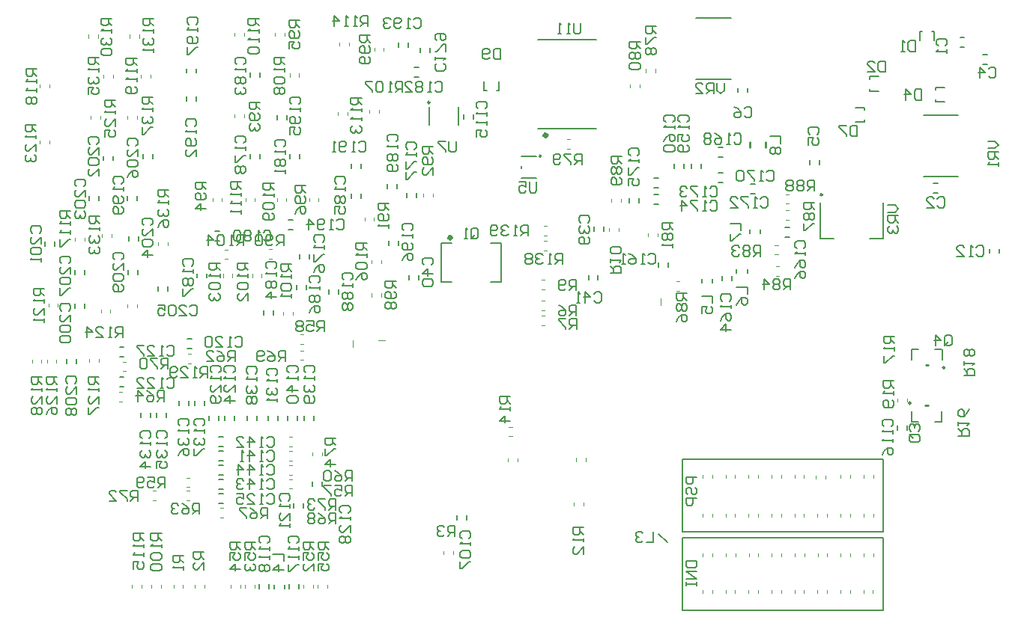
<source format=gbr>
G04 Layer_Color=32896*
%FSLAX45Y45*%
%MOMM*%
%TF.FileFunction,Legend,Bot*%
%TF.Part,Single*%
G01*
G75*
%TA.AperFunction,NonConductor*%
%ADD79C,0.50000*%
%ADD96C,0.25000*%
%ADD144C,0.20000*%
%ADD145C,0.25400*%
%ADD146C,0.10000*%
%ADD147C,0.15000*%
%ADD148C,0.15240*%
D79*
X8622500Y12170000D02*
G03*
X8622500Y12170000I-12500J0D01*
G01*
X7540000Y11010000D02*
G03*
X7540000Y11010000I-10000J0D01*
G01*
D96*
X13120000Y9540000D02*
G03*
X13120000Y9540000I-10000J0D01*
G01*
X12737500Y9137500D02*
G03*
X12737500Y9137500I-10000J0D01*
G01*
X11737500Y11495000D02*
G03*
X11737500Y11495000I-10000J0D01*
G01*
X7302500Y12540000D02*
G03*
X7302500Y12540000I-10000J0D01*
G01*
X8558480Y11932500D02*
G03*
X8558480Y11932500I-10000J0D01*
G01*
D144*
X13092500Y9630000D02*
Y9750000D01*
X13013800D02*
X13089999D01*
X12750000D02*
X12826199D01*
X12747500Y9630000D02*
Y9750000D01*
X12745000Y8927500D02*
Y9047500D01*
X12747500Y8927500D02*
X12823700D01*
X13011301D02*
X13087500D01*
X13089999D02*
Y9047500D01*
X8520000Y13255000D02*
X9180000D01*
X8525000Y12245000D02*
X9180000D01*
X11715000Y11002500D02*
Y11407500D01*
X12425000Y11002500D02*
Y11407500D01*
X12270000Y11002500D02*
X12425000D01*
X11715000D02*
X11870000D01*
X8110000Y10510000D02*
Y10950000D01*
X7990500D02*
X8110000D01*
X7990500Y10510000D02*
X8110000D01*
X7430000Y10950000D02*
X7547000D01*
X7430000Y10510000D02*
X7547000D01*
X7430000D02*
Y10950000D01*
X9890000Y7655000D02*
X9990000Y7565000D01*
X13122527Y9807494D02*
Y9887468D01*
X13142519Y9907461D01*
X13182506D01*
X13202499Y9887468D01*
Y9807494D01*
X13182506Y9787500D01*
X13142519D01*
X13162514Y9827487D02*
X13122527Y9787500D01*
X13142519D02*
X13122527Y9807494D01*
X13022559Y9787500D02*
Y9907461D01*
X13082539Y9847481D01*
X13002565D01*
X12742494Y8777474D02*
X12822469D01*
X12842461Y8757481D01*
Y8717494D01*
X12822469Y8697500D01*
X12742494D01*
X12722500Y8717494D01*
Y8757481D01*
X12762487Y8737487D02*
X12722500Y8777474D01*
Y8757481D02*
X12742494Y8777474D01*
X12822469Y8817461D02*
X12842461Y8837455D01*
Y8877442D01*
X12822469Y8897435D01*
X12802473D01*
X12782481Y8877442D01*
Y8857448D01*
Y8877442D01*
X12762487Y8897435D01*
X12742494D01*
X12722500Y8877442D01*
Y8837455D01*
X12742494Y8817461D01*
X9010000Y13439961D02*
Y13339993D01*
X8990006Y13320000D01*
X8950019D01*
X8930026Y13339993D01*
Y13439961D01*
X8890039Y13320000D02*
X8850052D01*
X8870045D01*
Y13439961D01*
X8890039Y13419968D01*
X8790071Y13320000D02*
X8750084D01*
X8770077D01*
Y13439961D01*
X8790071Y13419968D01*
X8410000Y11030000D02*
Y11149961D01*
X8350019D01*
X8330026Y11129968D01*
Y11089981D01*
X8350019Y11069987D01*
X8410000D01*
X8370013D02*
X8330026Y11030000D01*
X8290039D02*
X8250052D01*
X8270045D01*
Y11149961D01*
X8290039Y11129968D01*
X8190071D02*
X8170077Y11149961D01*
X8130090D01*
X8110097Y11129968D01*
Y11109974D01*
X8130090Y11089981D01*
X8150084D01*
X8130090D01*
X8110097Y11069987D01*
Y11049994D01*
X8130090Y11030000D01*
X8170077D01*
X8190071Y11049994D01*
X8070110D02*
X8050116Y11030000D01*
X8010129D01*
X7990136Y11049994D01*
Y11129968D01*
X8010129Y11149961D01*
X8050116D01*
X8070110Y11129968D01*
Y11109974D01*
X8050116Y11089981D01*
X7990136D01*
X8800000Y10710000D02*
Y10829961D01*
X8740019D01*
X8720026Y10809968D01*
Y10769980D01*
X8740019Y10749987D01*
X8800000D01*
X8760013D02*
X8720026Y10710000D01*
X8680039D02*
X8640052D01*
X8660045D01*
Y10829961D01*
X8680039Y10809968D01*
X8580071D02*
X8560077Y10829961D01*
X8520090D01*
X8500097Y10809968D01*
Y10789974D01*
X8520090Y10769980D01*
X8540084D01*
X8520090D01*
X8500097Y10749987D01*
Y10729994D01*
X8520090Y10710000D01*
X8560077D01*
X8580071Y10729994D01*
X8460110Y10809968D02*
X8440116Y10829961D01*
X8400129D01*
X8380136Y10809968D01*
Y10789974D01*
X8400129Y10769980D01*
X8380136Y10749987D01*
Y10729994D01*
X8400129Y10710000D01*
X8440116D01*
X8460110Y10729994D01*
Y10749987D01*
X8440116Y10769980D01*
X8460110Y10789974D01*
Y10809968D01*
X8440116Y10769980D02*
X8400129D01*
X9342500Y10610000D02*
X9462461D01*
Y10669981D01*
X9442468Y10689974D01*
X9402481D01*
X9382487Y10669981D01*
Y10610000D01*
Y10649987D02*
X9342500Y10689974D01*
Y10729961D02*
Y10769948D01*
Y10749955D01*
X9462461D01*
X9442468Y10729961D01*
Y10829929D02*
X9462461Y10849923D01*
Y10889910D01*
X9442468Y10909903D01*
X9362494D01*
X9342500Y10889910D01*
Y10849923D01*
X9362494Y10829929D01*
X9442468D01*
X9010032Y11180026D02*
X8990039Y11200020D01*
Y11240006D01*
X9010032Y11260000D01*
X9090006D01*
X9110000Y11240006D01*
Y11200020D01*
X9090006Y11180026D01*
X9010032Y11140039D02*
X8990039Y11120045D01*
Y11080058D01*
X9010032Y11060065D01*
X9030026D01*
X9050019Y11080058D01*
Y11100052D01*
Y11080058D01*
X9070013Y11060065D01*
X9090006D01*
X9110000Y11080058D01*
Y11120045D01*
X9090006Y11140039D01*
Y11020078D02*
X9110000Y11000084D01*
Y10960097D01*
X9090006Y10940104D01*
X9010032D01*
X8990039Y10960097D01*
Y11000084D01*
X9010032Y11020078D01*
X9030026D01*
X9050019Y11000084D01*
Y10940104D01*
X9040000Y7727500D02*
X8920039D01*
Y7667519D01*
X8940032Y7647526D01*
X8980019D01*
X9000013Y7667519D01*
Y7727500D01*
Y7687513D02*
X9040000Y7647526D01*
Y7607539D02*
Y7567552D01*
Y7587545D01*
X8920039D01*
X8940032Y7607539D01*
X9040000Y7427597D02*
Y7507571D01*
X8960026Y7427597D01*
X8940032D01*
X8920039Y7447590D01*
Y7487577D01*
X8940032Y7507571D01*
X8212500Y9212500D02*
X8092539D01*
Y9152519D01*
X8112532Y9132526D01*
X8152519D01*
X8172513Y9152519D01*
Y9212500D01*
Y9172513D02*
X8212500Y9132526D01*
Y9092539D02*
Y9052552D01*
Y9072545D01*
X8092539D01*
X8112532Y9092539D01*
X8212500Y8932590D02*
X8092539D01*
X8152519Y8992571D01*
Y8912597D01*
X8957500Y10415000D02*
Y10534961D01*
X8897519D01*
X8877526Y10514968D01*
Y10474981D01*
X8897519Y10454987D01*
X8957500D01*
X8917513D02*
X8877526Y10415000D01*
X8837539Y10434994D02*
X8817545Y10415000D01*
X8777558D01*
X8757565Y10434994D01*
Y10514968D01*
X8777558Y10534961D01*
X8817545D01*
X8837539Y10514968D01*
Y10494974D01*
X8817545Y10474981D01*
X8757565D01*
X8960000Y9975000D02*
Y10094961D01*
X8900020D01*
X8880026Y10074968D01*
Y10034981D01*
X8900020Y10014987D01*
X8960000D01*
X8920013D02*
X8880026Y9975000D01*
X8840039Y10094961D02*
X8760065D01*
Y10074968D01*
X8840039Y9994994D01*
Y9975000D01*
X8957500Y10127500D02*
Y10247461D01*
X8897519D01*
X8877526Y10227468D01*
Y10187481D01*
X8897519Y10167487D01*
X8957500D01*
X8917513D02*
X8877526Y10127500D01*
X8757565Y10247461D02*
X8797552Y10227468D01*
X8837539Y10187481D01*
Y10147494D01*
X8817545Y10127500D01*
X8777558D01*
X8757565Y10147494D01*
Y10167487D01*
X8777558Y10187481D01*
X8837539D01*
X7585000Y7630000D02*
Y7749961D01*
X7525019D01*
X7505026Y7729968D01*
Y7689981D01*
X7525019Y7669987D01*
X7585000D01*
X7545013D02*
X7505026Y7630000D01*
X7465039Y7729968D02*
X7445045Y7749961D01*
X7405058D01*
X7385065Y7729968D01*
Y7709974D01*
X7405058Y7689981D01*
X7425052D01*
X7405058D01*
X7385065Y7669987D01*
Y7649994D01*
X7405058Y7630000D01*
X7445045D01*
X7465039Y7649994D01*
X4750000Y7450000D02*
X4630039D01*
Y7390020D01*
X4650032Y7370026D01*
X4690019D01*
X4710013Y7390020D01*
Y7450000D01*
Y7410013D02*
X4750000Y7370026D01*
Y7250065D02*
Y7330039D01*
X4670026Y7250065D01*
X4650032D01*
X4630039Y7270058D01*
Y7310045D01*
X4650032Y7330039D01*
X4520000Y7410000D02*
X4400039D01*
Y7350019D01*
X4420032Y7330026D01*
X4460020D01*
X4480013Y7350019D01*
Y7410000D01*
Y7370013D02*
X4520000Y7330026D01*
Y7290039D02*
Y7250052D01*
Y7270045D01*
X4400039D01*
X4420032Y7290039D01*
X7770026Y11019994D02*
Y11099968D01*
X7790019Y11119961D01*
X7830006D01*
X7850000Y11099968D01*
Y11019994D01*
X7830006Y11000000D01*
X7790019D01*
X7810013Y11039987D02*
X7770026Y11000000D01*
X7790019D02*
X7770026Y11019994D01*
X7730039Y11000000D02*
X7690052D01*
X7710045D01*
Y11119961D01*
X7730039Y11099968D01*
X9830000Y7679961D02*
Y7560000D01*
X9750026D01*
X9710039Y7659968D02*
X9690045Y7679961D01*
X9650058D01*
X9630065Y7659968D01*
Y7639974D01*
X9650058Y7619981D01*
X9670052D01*
X9650058D01*
X9630065Y7599987D01*
Y7579994D01*
X9650058Y7560000D01*
X9690045D01*
X9710039Y7579994D01*
X7665032Y7605026D02*
X7645039Y7625020D01*
Y7665007D01*
X7665032Y7685000D01*
X7745006D01*
X7765000Y7665007D01*
Y7625020D01*
X7745006Y7605026D01*
X7765000Y7565039D02*
Y7525052D01*
Y7545045D01*
X7645039D01*
X7665032Y7565039D01*
Y7465071D02*
X7645039Y7445078D01*
Y7405091D01*
X7665032Y7385097D01*
X7745006D01*
X7765000Y7405091D01*
Y7445078D01*
X7745006Y7465071D01*
X7665032D01*
X7645039Y7345110D02*
Y7265136D01*
X7665032D01*
X7745006Y7345110D01*
X7765000D01*
X5720032Y7550026D02*
X5700039Y7570019D01*
Y7610006D01*
X5720032Y7630000D01*
X5800006D01*
X5820000Y7610006D01*
Y7570019D01*
X5800006Y7550026D01*
X5820000Y7510039D02*
Y7470052D01*
Y7490045D01*
X5700039D01*
X5720032Y7510039D01*
X5820000Y7410071D02*
Y7370084D01*
Y7390077D01*
X5700039D01*
X5720032Y7410071D01*
X5700039Y7310103D02*
Y7230129D01*
X5720032D01*
X5800006Y7310103D01*
X5820000D01*
X5390032Y7550026D02*
X5370039Y7570019D01*
Y7610006D01*
X5390032Y7630000D01*
X5470006D01*
X5490000Y7610006D01*
Y7570019D01*
X5470006Y7550026D01*
X5490000Y7510039D02*
Y7470052D01*
Y7490045D01*
X5370039D01*
X5390032Y7510039D01*
X5490000Y7410071D02*
Y7370084D01*
Y7390077D01*
X5370039D01*
X5390032Y7410071D01*
Y7310103D02*
X5370039Y7290110D01*
Y7250123D01*
X5390032Y7230129D01*
X5410026D01*
X5430019Y7250123D01*
X5450013Y7230129D01*
X5470006D01*
X5490000Y7250123D01*
Y7290110D01*
X5470006Y7310103D01*
X5450013D01*
X5430019Y7290110D01*
X5410026Y7310103D01*
X5390032D01*
X5430019Y7290110D02*
Y7250123D01*
X5460026Y8419968D02*
X5480020Y8439961D01*
X5520006D01*
X5540000Y8419968D01*
Y8339994D01*
X5520006Y8320000D01*
X5480020D01*
X5460026Y8339994D01*
X5420039Y8320000D02*
X5380052D01*
X5400045D01*
Y8439961D01*
X5420039Y8419968D01*
X5260091Y8320000D02*
Y8439961D01*
X5320071Y8379981D01*
X5240097D01*
X5140129Y8320000D02*
Y8439961D01*
X5200110Y8379981D01*
X5120136D01*
X5460026Y8259968D02*
X5480020Y8279961D01*
X5520006D01*
X5540000Y8259968D01*
Y8179994D01*
X5520006Y8160000D01*
X5480020D01*
X5460026Y8179994D01*
X5420039Y8160000D02*
X5380052D01*
X5400045D01*
Y8279961D01*
X5420039Y8259968D01*
X5260091Y8160000D02*
Y8279961D01*
X5320071Y8219981D01*
X5240097D01*
X5200110Y8259968D02*
X5180116Y8279961D01*
X5140129D01*
X5120136Y8259968D01*
Y8239974D01*
X5140129Y8219981D01*
X5160123D01*
X5140129D01*
X5120136Y8199987D01*
Y8179994D01*
X5140129Y8160000D01*
X5180116D01*
X5200110Y8179994D01*
X5460026Y8739968D02*
X5480020Y8759961D01*
X5520006D01*
X5540000Y8739968D01*
Y8659994D01*
X5520006Y8640000D01*
X5480020D01*
X5460026Y8659994D01*
X5420039Y8640000D02*
X5380052D01*
X5400045D01*
Y8759961D01*
X5420039Y8739968D01*
X5260091Y8640000D02*
Y8759961D01*
X5320071Y8699981D01*
X5240097D01*
X5120136Y8640000D02*
X5200110D01*
X5120136Y8719974D01*
Y8739968D01*
X5140129Y8759961D01*
X5180116D01*
X5200110Y8739968D01*
X5460026Y8579968D02*
X5480020Y8599961D01*
X5520006D01*
X5540000Y8579968D01*
Y8499994D01*
X5520006Y8480000D01*
X5480020D01*
X5460026Y8499994D01*
X5420039Y8480000D02*
X5380052D01*
X5400045D01*
Y8599961D01*
X5420039Y8579968D01*
X5260091Y8480000D02*
Y8599961D01*
X5320071Y8539981D01*
X5240097D01*
X5200110Y8480000D02*
X5160123D01*
X5180116D01*
Y8599961D01*
X5200110Y8579968D01*
X2810032Y11060026D02*
X2790039Y11080020D01*
Y11120007D01*
X2810032Y11140000D01*
X2890007D01*
X2910000Y11120007D01*
Y11080020D01*
X2890007Y11060026D01*
X2910000Y10940065D02*
Y11020039D01*
X2830026Y10940065D01*
X2810032D01*
X2790039Y10960059D01*
Y11000046D01*
X2810032Y11020039D01*
Y10900078D02*
X2790039Y10880084D01*
Y10840097D01*
X2810032Y10820104D01*
X2890007D01*
X2910000Y10840097D01*
Y10880084D01*
X2890007Y10900078D01*
X2810032D01*
X2910000Y10780117D02*
Y10740130D01*
Y10760123D01*
X2790039D01*
X2810032Y10780117D01*
X2850000Y12290000D02*
X2730039D01*
Y12230019D01*
X2750032Y12210026D01*
X2790020D01*
X2810013Y12230019D01*
Y12290000D01*
Y12250013D02*
X2850000Y12210026D01*
Y12170039D02*
Y12130052D01*
Y12150045D01*
X2730039D01*
X2750032Y12170039D01*
X2850000Y11990097D02*
Y12070071D01*
X2770026Y11990097D01*
X2750032D01*
X2730039Y12010091D01*
Y12050077D01*
X2750032Y12070071D01*
Y11950110D02*
X2730039Y11930116D01*
Y11890129D01*
X2750032Y11870136D01*
X2770026D01*
X2790020Y11890129D01*
Y11910123D01*
Y11890129D01*
X2810013Y11870136D01*
X2830007D01*
X2850000Y11890129D01*
Y11930116D01*
X2830007Y11950110D01*
X12130000Y12279961D02*
Y12160000D01*
X12070020D01*
X12050026Y12179994D01*
Y12259968D01*
X12070020Y12279961D01*
X12130000D01*
X12010039D02*
X11930065D01*
Y12259968D01*
X12010039Y12179994D01*
Y12160000D01*
X6240000Y8740000D02*
X6120039D01*
Y8680019D01*
X6140032Y8660026D01*
X6180019D01*
X6200013Y8680019D01*
Y8740000D01*
Y8700013D02*
X6240000Y8660026D01*
X6120039Y8620039D02*
Y8540065D01*
X6140032D01*
X6220006Y8620039D01*
X6240000D01*
Y8440097D02*
X6120039D01*
X6180019Y8500078D01*
Y8420104D01*
X6240000Y7930000D02*
Y8049961D01*
X6180019D01*
X6160026Y8029967D01*
Y7989980D01*
X6180019Y7969987D01*
X6240000D01*
X6200013D02*
X6160026Y7930000D01*
X6120039Y8049961D02*
X6040065D01*
Y8029967D01*
X6120039Y7949993D01*
Y7930000D01*
X6000078Y8029967D02*
X5980084Y8049961D01*
X5940097D01*
X5920103Y8029967D01*
Y8009974D01*
X5940097Y7989980D01*
X5960091D01*
X5940097D01*
X5920103Y7969987D01*
Y7949993D01*
X5940097Y7930000D01*
X5980084D01*
X6000078Y7949993D01*
X4000000Y8030000D02*
Y8149961D01*
X3940020D01*
X3920026Y8129968D01*
Y8089981D01*
X3940020Y8069987D01*
X4000000D01*
X3960013D02*
X3920026Y8030000D01*
X3880039Y8149961D02*
X3800065D01*
Y8129968D01*
X3880039Y8049994D01*
Y8030000D01*
X3680104D02*
X3760078D01*
X3680104Y8109974D01*
Y8129968D01*
X3700097Y8149961D01*
X3740084D01*
X3760078Y8129968D01*
X4345000Y9525000D02*
Y9644961D01*
X4285019D01*
X4265026Y9624968D01*
Y9584981D01*
X4285019Y9564987D01*
X4345000D01*
X4305013D02*
X4265026Y9525000D01*
X4225039Y9644961D02*
X4145065D01*
Y9624968D01*
X4225039Y9544994D01*
Y9525000D01*
X4105078Y9624968D02*
X4085084Y9644961D01*
X4045097D01*
X4025103Y9624968D01*
Y9544994D01*
X4045097Y9525000D01*
X4085084D01*
X4105078Y9544994D01*
Y9624968D01*
X5670000Y9610000D02*
Y9729961D01*
X5610020D01*
X5590026Y9709968D01*
Y9669981D01*
X5610020Y9649987D01*
X5670000D01*
X5630013D02*
X5590026Y9610000D01*
X5470065Y9729961D02*
X5510052Y9709968D01*
X5550039Y9669981D01*
Y9629994D01*
X5530045Y9610000D01*
X5490058D01*
X5470065Y9629994D01*
Y9649987D01*
X5490058Y9669981D01*
X5550039D01*
X5430078Y9629994D02*
X5410084Y9610000D01*
X5370097D01*
X5350104Y9629994D01*
Y9709968D01*
X5370097Y9729961D01*
X5410084D01*
X5430078Y9709968D01*
Y9689974D01*
X5410084Y9669981D01*
X5350104D01*
X6240000Y7769999D02*
Y7889961D01*
X6180019D01*
X6160026Y7869967D01*
Y7829980D01*
X6180019Y7809986D01*
X6240000D01*
X6200013D02*
X6160026Y7769999D01*
X6040065Y7889961D02*
X6080052Y7869967D01*
X6120039Y7829980D01*
Y7789993D01*
X6100045Y7769999D01*
X6060058D01*
X6040065Y7789993D01*
Y7809986D01*
X6060058Y7829980D01*
X6120039D01*
X6000078Y7869967D02*
X5980084Y7889961D01*
X5940097D01*
X5920103Y7869967D01*
Y7849974D01*
X5940097Y7829980D01*
X5920103Y7809986D01*
Y7789993D01*
X5940097Y7769999D01*
X5980084D01*
X6000078Y7789993D01*
Y7809986D01*
X5980084Y7829980D01*
X6000078Y7849974D01*
Y7869967D01*
X5980084Y7829980D02*
X5940097D01*
X5470000Y7830000D02*
Y7949961D01*
X5410019D01*
X5390026Y7929968D01*
Y7889981D01*
X5410019Y7869987D01*
X5470000D01*
X5430013D02*
X5390026Y7830000D01*
X5270065Y7949961D02*
X5310052Y7929968D01*
X5350039Y7889981D01*
Y7849994D01*
X5330045Y7830000D01*
X5290058D01*
X5270065Y7849994D01*
Y7869987D01*
X5290058Y7889981D01*
X5350039D01*
X5230078Y7949961D02*
X5150103D01*
Y7929968D01*
X5230078Y7849994D01*
Y7830000D01*
X4300000Y9157500D02*
Y9277461D01*
X4240019D01*
X4220026Y9257468D01*
Y9217481D01*
X4240019Y9197487D01*
X4300000D01*
X4260013D02*
X4220026Y9157500D01*
X4100065Y9277461D02*
X4140052Y9257468D01*
X4180039Y9217481D01*
Y9177494D01*
X4160045Y9157500D01*
X4120058D01*
X4100065Y9177494D01*
Y9197487D01*
X4120058Y9217481D01*
X4180039D01*
X4000097Y9157500D02*
Y9277461D01*
X4060078Y9217481D01*
X3980104D01*
X4700000Y7880000D02*
Y7999961D01*
X4640019D01*
X4620026Y7979968D01*
Y7939981D01*
X4640019Y7919987D01*
X4700000D01*
X4660013D02*
X4620026Y7880000D01*
X4500065Y7999961D02*
X4540052Y7979968D01*
X4580039Y7939981D01*
Y7899994D01*
X4560045Y7880000D01*
X4520058D01*
X4500065Y7899994D01*
Y7919987D01*
X4520058Y7939981D01*
X4580039D01*
X4460078Y7979968D02*
X4440084Y7999961D01*
X4400097D01*
X4380104Y7979968D01*
Y7959974D01*
X4400097Y7939981D01*
X4420091D01*
X4400097D01*
X4380104Y7919987D01*
Y7899994D01*
X4400097Y7880000D01*
X4440084D01*
X4460078Y7899994D01*
X5100000Y9610000D02*
Y9729961D01*
X5040019D01*
X5020026Y9709968D01*
Y9669981D01*
X5040019Y9649987D01*
X5100000D01*
X5060013D02*
X5020026Y9610000D01*
X4900065Y9729961D02*
X4940052Y9709968D01*
X4980039Y9669981D01*
Y9629994D01*
X4960045Y9610000D01*
X4920058D01*
X4900065Y9629994D01*
Y9649987D01*
X4920058Y9669981D01*
X4980039D01*
X4780103Y9610000D02*
X4860078D01*
X4780103Y9689974D01*
Y9709968D01*
X4800097Y9729961D01*
X4840084D01*
X4860078Y9709968D01*
X6425000Y8252500D02*
Y8372461D01*
X6365020D01*
X6345026Y8352468D01*
Y8312480D01*
X6365020Y8292487D01*
X6425000D01*
X6385013D02*
X6345026Y8252500D01*
X6225065Y8372461D02*
X6265052Y8352468D01*
X6305039Y8312480D01*
Y8272493D01*
X6285045Y8252500D01*
X6245058D01*
X6225065Y8272493D01*
Y8292487D01*
X6245058Y8312480D01*
X6305039D01*
X6185078Y8352468D02*
X6165084Y8372461D01*
X6125097D01*
X6105104Y8352468D01*
Y8272493D01*
X6125097Y8252500D01*
X6165084D01*
X6185078Y8272493D01*
Y8352468D01*
X4310000Y8180000D02*
Y8299961D01*
X4250019D01*
X4230026Y8279968D01*
Y8239980D01*
X4250019Y8219987D01*
X4310000D01*
X4270013D02*
X4230026Y8180000D01*
X4110065Y8299961D02*
X4190039D01*
Y8239980D01*
X4150052Y8259974D01*
X4130058D01*
X4110065Y8239980D01*
Y8199994D01*
X4130058Y8180000D01*
X4170045D01*
X4190039Y8199994D01*
X4070078D02*
X4050084Y8180000D01*
X4010097D01*
X3990104Y8199994D01*
Y8279968D01*
X4010097Y8299961D01*
X4050084D01*
X4070078Y8279968D01*
Y8259974D01*
X4050084Y8239980D01*
X3990104D01*
X6110000Y9950000D02*
Y10069961D01*
X6050019D01*
X6030026Y10049968D01*
Y10009980D01*
X6050019Y9989987D01*
X6110000D01*
X6070013D02*
X6030026Y9950000D01*
X5910065Y10069961D02*
X5990039D01*
Y10009980D01*
X5950052Y10029974D01*
X5930058D01*
X5910065Y10009980D01*
Y9969994D01*
X5930058Y9950000D01*
X5970045D01*
X5990039Y9969994D01*
X5870078Y10049968D02*
X5850084Y10069961D01*
X5810097D01*
X5790103Y10049968D01*
Y10029974D01*
X5810097Y10009980D01*
X5790103Y9989987D01*
Y9969994D01*
X5810097Y9950000D01*
X5850084D01*
X5870078Y9969994D01*
Y9989987D01*
X5850084Y10009980D01*
X5870078Y10029974D01*
Y10049968D01*
X5850084Y10009980D02*
X5810097D01*
X6425000Y8085000D02*
Y8204961D01*
X6365020D01*
X6345026Y8184968D01*
Y8144981D01*
X6365020Y8124987D01*
X6425000D01*
X6385013D02*
X6345026Y8085000D01*
X6225065Y8204961D02*
X6305039D01*
Y8144981D01*
X6265052Y8164974D01*
X6245058D01*
X6225065Y8144981D01*
Y8104994D01*
X6245058Y8085000D01*
X6285045D01*
X6305039Y8104994D01*
X6185078Y8204961D02*
X6105104D01*
Y8184968D01*
X6185078Y8104994D01*
Y8085000D01*
X5710032Y9480026D02*
X5690039Y9500019D01*
Y9540006D01*
X5710032Y9560000D01*
X5790006D01*
X5810000Y9540006D01*
Y9500019D01*
X5790006Y9480026D01*
X5810000Y9440039D02*
Y9400052D01*
Y9420045D01*
X5690039D01*
X5710032Y9440039D01*
X5810000Y9280090D02*
X5690039D01*
X5750019Y9340071D01*
Y9260097D01*
X5710032Y9220110D02*
X5690039Y9200116D01*
Y9160129D01*
X5710032Y9140136D01*
X5790006D01*
X5810000Y9160129D01*
Y9200116D01*
X5790006Y9220110D01*
X5710032D01*
X5900032Y9480026D02*
X5880039Y9500019D01*
Y9540006D01*
X5900032Y9560000D01*
X5980006D01*
X6000000Y9540006D01*
Y9500019D01*
X5980006Y9480026D01*
X6000000Y9440039D02*
Y9400052D01*
Y9420045D01*
X5880039D01*
X5900032Y9440039D01*
Y9340071D02*
X5880039Y9320077D01*
Y9280090D01*
X5900032Y9260097D01*
X5920026D01*
X5940019Y9280090D01*
Y9300084D01*
Y9280090D01*
X5960013Y9260097D01*
X5980006D01*
X6000000Y9280090D01*
Y9320077D01*
X5980006Y9340071D01*
Y9220110D02*
X6000000Y9200116D01*
Y9160129D01*
X5980006Y9140136D01*
X5900032D01*
X5880039Y9160129D01*
Y9200116D01*
X5900032Y9220110D01*
X5920026D01*
X5940019Y9200116D01*
Y9140136D01*
X5250032Y9470026D02*
X5230039Y9490019D01*
Y9530006D01*
X5250032Y9550000D01*
X5330006D01*
X5350000Y9530006D01*
Y9490019D01*
X5330006Y9470026D01*
X5350000Y9430039D02*
Y9390052D01*
Y9410045D01*
X5230039D01*
X5250032Y9430039D01*
Y9330071D02*
X5230039Y9310077D01*
Y9270090D01*
X5250032Y9250097D01*
X5270026D01*
X5290019Y9270090D01*
Y9290084D01*
Y9270090D01*
X5310013Y9250097D01*
X5330006D01*
X5350000Y9270090D01*
Y9310077D01*
X5330006Y9330071D01*
X5250032Y9210110D02*
X5230039Y9190116D01*
Y9150129D01*
X5250032Y9130136D01*
X5270026D01*
X5290019Y9150129D01*
X5310013Y9130136D01*
X5330006D01*
X5350000Y9150129D01*
Y9190116D01*
X5330006Y9210110D01*
X5310013D01*
X5290019Y9190116D01*
X5270026Y9210110D01*
X5250032D01*
X5290019Y9190116D02*
Y9150129D01*
X4660032Y8880026D02*
X4640039Y8900019D01*
Y8940006D01*
X4660032Y8960000D01*
X4740006D01*
X4760000Y8940006D01*
Y8900019D01*
X4740006Y8880026D01*
X4760000Y8840039D02*
Y8800052D01*
Y8820045D01*
X4640039D01*
X4660032Y8840039D01*
Y8740071D02*
X4640039Y8720077D01*
Y8680090D01*
X4660032Y8660097D01*
X4680026D01*
X4700019Y8680090D01*
Y8700084D01*
Y8680090D01*
X4720013Y8660097D01*
X4740006D01*
X4760000Y8680090D01*
Y8720077D01*
X4740006Y8740071D01*
X4640039Y8620110D02*
Y8540136D01*
X4660032D01*
X4740006Y8620110D01*
X4760000D01*
X4480032Y8880026D02*
X4460039Y8900019D01*
Y8940006D01*
X4480032Y8960000D01*
X4560006D01*
X4580000Y8940006D01*
Y8900019D01*
X4560006Y8880026D01*
X4580000Y8840039D02*
Y8800052D01*
Y8820045D01*
X4460039D01*
X4480032Y8840039D01*
Y8740071D02*
X4460039Y8720077D01*
Y8680090D01*
X4480032Y8660097D01*
X4500026D01*
X4520019Y8680090D01*
Y8700084D01*
Y8680090D01*
X4540013Y8660097D01*
X4560006D01*
X4580000Y8680090D01*
Y8720077D01*
X4560006Y8740071D01*
X4460039Y8540136D02*
X4480032Y8580123D01*
X4520019Y8620110D01*
X4560006D01*
X4580000Y8600116D01*
Y8560129D01*
X4560006Y8540136D01*
X4540013D01*
X4520019Y8560129D01*
Y8620110D01*
X4230032Y8740026D02*
X4210039Y8760019D01*
Y8800006D01*
X4230032Y8820000D01*
X4310006D01*
X4330000Y8800006D01*
Y8760019D01*
X4310006Y8740026D01*
X4330000Y8700039D02*
Y8660052D01*
Y8680045D01*
X4210039D01*
X4230032Y8700039D01*
Y8600071D02*
X4210039Y8580077D01*
Y8540090D01*
X4230032Y8520097D01*
X4250026D01*
X4270019Y8540090D01*
Y8560084D01*
Y8540090D01*
X4290013Y8520097D01*
X4310006D01*
X4330000Y8540090D01*
Y8580077D01*
X4310006Y8600071D01*
X4210039Y8400136D02*
Y8480110D01*
X4270019D01*
X4250026Y8440123D01*
Y8420129D01*
X4270019Y8400136D01*
X4310006D01*
X4330000Y8420129D01*
Y8460116D01*
X4310006Y8480110D01*
X4050032Y8740026D02*
X4030039Y8760019D01*
Y8800006D01*
X4050032Y8820000D01*
X4130006D01*
X4150000Y8800006D01*
Y8760019D01*
X4130006Y8740026D01*
X4150000Y8700039D02*
Y8660052D01*
Y8680045D01*
X4030039D01*
X4050032Y8700039D01*
Y8600071D02*
X4030039Y8580077D01*
Y8540090D01*
X4050032Y8520097D01*
X4070026D01*
X4090020Y8540090D01*
Y8560084D01*
Y8540090D01*
X4110013Y8520097D01*
X4130006D01*
X4150000Y8540090D01*
Y8580077D01*
X4130006Y8600071D01*
X4150000Y8420129D02*
X4030039D01*
X4090020Y8480110D01*
Y8400136D01*
X5480032Y9450026D02*
X5460039Y9470019D01*
Y9510006D01*
X5480032Y9530000D01*
X5560006D01*
X5580000Y9510006D01*
Y9470019D01*
X5560006Y9450026D01*
X5580000Y9410039D02*
Y9370052D01*
Y9390045D01*
X5460039D01*
X5480032Y9410039D01*
Y9310071D02*
X5460039Y9290077D01*
Y9250090D01*
X5480032Y9230097D01*
X5500026D01*
X5520019Y9250090D01*
Y9270084D01*
Y9250090D01*
X5540013Y9230097D01*
X5560006D01*
X5580000Y9250090D01*
Y9290077D01*
X5560006Y9310071D01*
X5580000Y9190110D02*
Y9150123D01*
Y9170116D01*
X5460039D01*
X5480032Y9190110D01*
X4840032Y9480026D02*
X4820039Y9500019D01*
Y9540006D01*
X4840032Y9560000D01*
X4920006D01*
X4940000Y9540006D01*
Y9500019D01*
X4920006Y9480026D01*
X4940000Y9440039D02*
Y9400052D01*
Y9420045D01*
X4820039D01*
X4840032Y9440039D01*
X4940000Y9260097D02*
Y9340071D01*
X4860026Y9260097D01*
X4840032D01*
X4820039Y9280090D01*
Y9320077D01*
X4840032Y9340071D01*
X4920006Y9220110D02*
X4940000Y9200116D01*
Y9160129D01*
X4920006Y9140136D01*
X4840032D01*
X4820039Y9160129D01*
Y9200116D01*
X4840032Y9220110D01*
X4860026D01*
X4880019Y9200116D01*
Y9140136D01*
X4330026Y9769968D02*
X4350019Y9789961D01*
X4390006D01*
X4410000Y9769968D01*
Y9689994D01*
X4390006Y9670000D01*
X4350019D01*
X4330026Y9689994D01*
X4290039Y9670000D02*
X4250052D01*
X4270045D01*
Y9789961D01*
X4290039Y9769968D01*
X4110097Y9670000D02*
X4190071D01*
X4110097Y9749974D01*
Y9769968D01*
X4130091Y9789961D01*
X4170078D01*
X4190071Y9769968D01*
X4070110Y9789961D02*
X3990136D01*
Y9769968D01*
X4070110Y9689994D01*
Y9670000D01*
X5460026Y8089968D02*
X5480020Y8109961D01*
X5520006D01*
X5540000Y8089968D01*
Y8009994D01*
X5520006Y7990000D01*
X5480020D01*
X5460026Y8009994D01*
X5420039Y7990000D02*
X5380052D01*
X5400045D01*
Y8109961D01*
X5420039Y8089968D01*
X5240097Y7990000D02*
X5320071D01*
X5240097Y8069974D01*
Y8089968D01*
X5260091Y8109961D01*
X5300078D01*
X5320071Y8089968D01*
X5120136Y8109961D02*
X5200110D01*
Y8049981D01*
X5160123Y8069974D01*
X5140129D01*
X5120136Y8049981D01*
Y8009994D01*
X5140129Y7990000D01*
X5180116D01*
X5200110Y8009994D01*
X5000032Y9480026D02*
X4980039Y9500019D01*
Y9540006D01*
X5000032Y9560000D01*
X5080006D01*
X5100000Y9540006D01*
Y9500019D01*
X5080006Y9480026D01*
X5100000Y9440039D02*
Y9400052D01*
Y9420045D01*
X4980039D01*
X5000032Y9440039D01*
X5100000Y9260097D02*
Y9340071D01*
X5020026Y9260097D01*
X5000032D01*
X4980039Y9280090D01*
Y9320077D01*
X5000032Y9340071D01*
X5100000Y9160129D02*
X4980039D01*
X5040019Y9220110D01*
Y9140136D01*
X4332526Y9404968D02*
X4352519Y9424961D01*
X4392506D01*
X4412500Y9404968D01*
Y9324994D01*
X4392506Y9305000D01*
X4352519D01*
X4332526Y9324994D01*
X4292539Y9305000D02*
X4252552D01*
X4272545D01*
Y9424961D01*
X4292539Y9404968D01*
X4112597Y9305000D02*
X4192571D01*
X4112597Y9384974D01*
Y9404968D01*
X4132590Y9424961D01*
X4172577D01*
X4192571Y9404968D01*
X3992636Y9305000D02*
X4072610D01*
X3992636Y9384974D01*
Y9404968D01*
X4012629Y9424961D01*
X4052616D01*
X4072610Y9404968D01*
X5620032Y8030026D02*
X5600039Y8050019D01*
Y8090006D01*
X5620032Y8110000D01*
X5700006D01*
X5720000Y8090006D01*
Y8050019D01*
X5700006Y8030026D01*
X5720000Y7990039D02*
Y7950052D01*
Y7970045D01*
X5600039D01*
X5620032Y7990039D01*
X5720000Y7810097D02*
Y7890071D01*
X5640026Y7810097D01*
X5620032D01*
X5600039Y7830091D01*
Y7870077D01*
X5620032Y7890071D01*
X5720000Y7770110D02*
Y7730123D01*
Y7750116D01*
X5600039D01*
X5620032Y7770110D01*
X5100026Y9869968D02*
X5120019Y9889961D01*
X5160006D01*
X5180000Y9869968D01*
Y9789994D01*
X5160006Y9770000D01*
X5120019D01*
X5100026Y9789994D01*
X5060039Y9770000D02*
X5020052D01*
X5040045D01*
Y9889961D01*
X5060039Y9869968D01*
X4880097Y9770000D02*
X4960071D01*
X4880097Y9849974D01*
Y9869968D01*
X4900091Y9889961D01*
X4940077D01*
X4960071Y9869968D01*
X4840110D02*
X4820116Y9889961D01*
X4780129D01*
X4760136Y9869968D01*
Y9789994D01*
X4780129Y9770000D01*
X4820116D01*
X4840110Y9789994D01*
Y9869968D01*
X12860080Y12689961D02*
Y12570000D01*
X12800099D01*
X12780106Y12589993D01*
Y12669968D01*
X12800099Y12689961D01*
X12860080D01*
X12680138Y12570000D02*
Y12689961D01*
X12740119Y12629980D01*
X12660144D01*
X12450000Y13009961D02*
Y12889999D01*
X12390019D01*
X12370026Y12909993D01*
Y12989967D01*
X12390019Y13009961D01*
X12450000D01*
X12250065Y12889999D02*
X12330039D01*
X12250065Y12969974D01*
Y12989967D01*
X12270058Y13009961D01*
X12310045D01*
X12330039Y12989967D01*
X12790000Y13239961D02*
Y13120000D01*
X12730019D01*
X12710026Y13139993D01*
Y13219968D01*
X12730019Y13239961D01*
X12790000D01*
X12670039Y13120000D02*
X12630052D01*
X12650045D01*
Y13239961D01*
X12670039Y13219968D01*
X13480026Y10899968D02*
X13500018Y10919961D01*
X13540005D01*
X13560001Y10899968D01*
Y10819994D01*
X13540005Y10800000D01*
X13500018D01*
X13480026Y10819994D01*
X13440039Y10800000D02*
X13400052D01*
X13420045D01*
Y10919961D01*
X13440039Y10899968D01*
X13260097Y10800000D02*
X13340071D01*
X13260097Y10879974D01*
Y10899968D01*
X13280090Y10919961D01*
X13320078D01*
X13340071Y10899968D01*
X10860026Y12469968D02*
X10880019Y12489961D01*
X10920006D01*
X10940000Y12469968D01*
Y12389994D01*
X10920006Y12370000D01*
X10880019D01*
X10860026Y12389994D01*
X10740065Y12489961D02*
X10780052Y12469968D01*
X10820039Y12429980D01*
Y12389994D01*
X10800045Y12370000D01*
X10760058D01*
X10740065Y12389994D01*
Y12409987D01*
X10760058Y12429980D01*
X10820039D01*
X11600032Y12180026D02*
X11580039Y12200020D01*
Y12240007D01*
X11600032Y12260000D01*
X11680006D01*
X11700000Y12240007D01*
Y12200020D01*
X11680006Y12180026D01*
X11580039Y12060065D02*
Y12140039D01*
X11640019D01*
X11620026Y12100052D01*
Y12080058D01*
X11640019Y12060065D01*
X11680006D01*
X11700000Y12080058D01*
Y12120045D01*
X11680006Y12140039D01*
X13620026Y12919968D02*
X13640019Y12939961D01*
X13680006D01*
X13700000Y12919968D01*
Y12839993D01*
X13680006Y12820000D01*
X13640019D01*
X13620026Y12839993D01*
X13520058Y12820000D02*
Y12939961D01*
X13580038Y12879980D01*
X13500066D01*
X13040025Y11449968D02*
X13060019Y11469961D01*
X13100006D01*
X13120000Y11449968D01*
Y11369994D01*
X13100006Y11350000D01*
X13060019D01*
X13040025Y11369994D01*
X12920065Y11350000D02*
X13000040D01*
X12920065Y11429974D01*
Y11449968D01*
X12940057Y11469961D01*
X12980045D01*
X13000040Y11449968D01*
X13050032Y13180026D02*
X13030038Y13200018D01*
Y13240005D01*
X13050032Y13260001D01*
X13130006D01*
X13150000Y13240005D01*
Y13200018D01*
X13130006Y13180026D01*
X13150000Y13140039D02*
Y13100052D01*
Y13120045D01*
X13030038D01*
X13050032Y13140039D01*
X8100000Y13149960D02*
Y13030000D01*
X8040019D01*
X8020026Y13049994D01*
Y13129968D01*
X8040019Y13149960D01*
X8100000D01*
X7980039Y13049994D02*
X7960045Y13030000D01*
X7920058D01*
X7900065Y13049994D01*
Y13129968D01*
X7920058Y13149960D01*
X7960045D01*
X7980039Y13129968D01*
Y13109975D01*
X7960045Y13089981D01*
X7900065D01*
X9860000Y13400000D02*
X9740039D01*
Y13340021D01*
X9760032Y13320026D01*
X9800020D01*
X9820013Y13340021D01*
Y13400000D01*
Y13360013D02*
X9860000Y13320026D01*
X9740039Y13280038D02*
Y13200066D01*
X9760032D01*
X9840006Y13280038D01*
X9860000D01*
X9760032Y13160078D02*
X9740039Y13140083D01*
Y13100098D01*
X9760032Y13080104D01*
X9780026D01*
X9800020Y13100098D01*
X9820013Y13080104D01*
X9840006D01*
X9860000Y13100098D01*
Y13140083D01*
X9840006Y13160078D01*
X9820013D01*
X9800020Y13140083D01*
X9780026Y13160078D01*
X9760032D01*
X9800020Y13140083D02*
Y13100098D01*
X9020000Y11840000D02*
Y11959961D01*
X8960019D01*
X8940026Y11939968D01*
Y11899981D01*
X8960019Y11879987D01*
X9020000D01*
X8980013D02*
X8940026Y11840000D01*
X8900039Y11959961D02*
X8820065D01*
Y11939968D01*
X8900039Y11859994D01*
Y11840000D01*
X8780078Y11859994D02*
X8760084Y11840000D01*
X8720097D01*
X8700104Y11859994D01*
Y11939968D01*
X8720097Y11959961D01*
X8760084D01*
X8780078Y11939968D01*
Y11919974D01*
X8760084Y11899981D01*
X8700104D01*
X9680000Y13230000D02*
X9560039D01*
Y13170020D01*
X9580032Y13150026D01*
X9620019D01*
X9640013Y13170020D01*
Y13230000D01*
Y13190013D02*
X9680000Y13150026D01*
X9580032Y13110039D02*
X9560039Y13090045D01*
Y13050058D01*
X9580032Y13030064D01*
X9600026D01*
X9620019Y13050058D01*
X9640013Y13030064D01*
X9660006D01*
X9680000Y13050058D01*
Y13090045D01*
X9660006Y13110039D01*
X9640013D01*
X9620019Y13090045D01*
X9600026Y13110039D01*
X9580032D01*
X9620019Y13090045D02*
Y13050058D01*
X9580032Y12990079D02*
X9560039Y12970084D01*
Y12930096D01*
X9580032Y12910103D01*
X9660006D01*
X9680000Y12930096D01*
Y12970084D01*
X9660006Y12990079D01*
X9580032D01*
X6010032Y10960026D02*
X5990039Y10980019D01*
Y11020006D01*
X6010032Y11040000D01*
X6090006D01*
X6110000Y11020006D01*
Y10980019D01*
X6090006Y10960026D01*
X6110000Y10920039D02*
Y10880052D01*
Y10900045D01*
X5990039D01*
X6010032Y10920039D01*
X5990039Y10820071D02*
Y10740097D01*
X6010032D01*
X6090006Y10820071D01*
X6110000D01*
X5990039Y10620136D02*
X6010032Y10660123D01*
X6050019Y10700110D01*
X6090006D01*
X6110000Y10680116D01*
Y10640129D01*
X6090006Y10620136D01*
X6070013D01*
X6050019Y10640129D01*
Y10700110D01*
X7050032Y12010026D02*
X7030039Y12030019D01*
Y12070006D01*
X7050032Y12090000D01*
X7130007D01*
X7150000Y12070006D01*
Y12030019D01*
X7130007Y12010026D01*
X7150000Y11970039D02*
Y11930052D01*
Y11950045D01*
X7030039D01*
X7050032Y11970039D01*
X7030039Y11870071D02*
Y11790097D01*
X7050032D01*
X7130007Y11870071D01*
X7150000D01*
X7030039Y11750110D02*
Y11670135D01*
X7050032D01*
X7130007Y11750110D01*
X7150000D01*
X5120032Y12080026D02*
X5100039Y12100019D01*
Y12140006D01*
X5120032Y12160000D01*
X5200006D01*
X5220000Y12140006D01*
Y12100019D01*
X5200006Y12080026D01*
X5220000Y12040039D02*
Y12000052D01*
Y12020045D01*
X5100039D01*
X5120032Y12040039D01*
X5100039Y11940071D02*
Y11860097D01*
X5120032D01*
X5200006Y11940071D01*
X5220000D01*
X5120032Y11820110D02*
X5100039Y11800116D01*
Y11760129D01*
X5120032Y11740136D01*
X5140026D01*
X5160019Y11760129D01*
X5180013Y11740136D01*
X5200006D01*
X5220000Y11760129D01*
Y11800116D01*
X5200006Y11820110D01*
X5180013D01*
X5160019Y11800116D01*
X5140026Y11820110D01*
X5120032D01*
X5160019Y11800116D02*
Y11760129D01*
X7459968Y12979974D02*
X7479961Y12959981D01*
Y12919994D01*
X7459968Y12900000D01*
X7379994D01*
X7360000Y12919994D01*
Y12959981D01*
X7379994Y12979974D01*
X7360000Y13019962D02*
Y13059949D01*
Y13039955D01*
X7479961D01*
X7459968Y13019962D01*
X7479961Y13119930D02*
Y13199902D01*
X7459968D01*
X7379994Y13119930D01*
X7360000D01*
X7379994Y13239890D02*
X7360000Y13259885D01*
Y13299870D01*
X7379994Y13319864D01*
X7459968D01*
X7479961Y13299870D01*
Y13259885D01*
X7459968Y13239890D01*
X7439974D01*
X7419981Y13259885D01*
Y13319864D01*
X5422526Y11069968D02*
X5442519Y11089961D01*
X5482506D01*
X5502500Y11069968D01*
Y10989994D01*
X5482506Y10970000D01*
X5442519D01*
X5422526Y10989994D01*
X5382539Y10970000D02*
X5342552D01*
X5362545D01*
Y11089961D01*
X5382539Y11069968D01*
X5282571D02*
X5262577Y11089961D01*
X5222590D01*
X5202597Y11069968D01*
Y11049974D01*
X5222590Y11029980D01*
X5202597Y11009987D01*
Y10989994D01*
X5222590Y10970000D01*
X5262577D01*
X5282571Y10989994D01*
Y11009987D01*
X5262577Y11029980D01*
X5282571Y11049974D01*
Y11069968D01*
X5262577Y11029980D02*
X5222590D01*
X5162610Y11069968D02*
X5142616Y11089961D01*
X5102629D01*
X5082636Y11069968D01*
Y10989994D01*
X5102629Y10970000D01*
X5142616D01*
X5162610Y10989994D01*
Y11069968D01*
X5570032Y12040026D02*
X5550039Y12060019D01*
Y12100006D01*
X5570032Y12120000D01*
X5650006D01*
X5670000Y12100006D01*
Y12060019D01*
X5650006Y12040026D01*
X5670000Y12000039D02*
Y11960052D01*
Y11980045D01*
X5550039D01*
X5570032Y12000039D01*
Y11900071D02*
X5550039Y11880077D01*
Y11840090D01*
X5570032Y11820097D01*
X5590026D01*
X5610020Y11840090D01*
X5630013Y11820097D01*
X5650006D01*
X5670000Y11840090D01*
Y11880077D01*
X5650006Y11900071D01*
X5630013D01*
X5610020Y11880077D01*
X5590026Y11900071D01*
X5570032D01*
X5610020Y11880077D02*
Y11840090D01*
X5670000Y11780110D02*
Y11740123D01*
Y11760116D01*
X5550039D01*
X5570032Y11780110D01*
X7362526Y12757468D02*
X7382520Y12777461D01*
X7422507D01*
X7442500Y12757468D01*
Y12677494D01*
X7422507Y12657500D01*
X7382520D01*
X7362526Y12677494D01*
X7322539Y12657500D02*
X7282552D01*
X7302545D01*
Y12777461D01*
X7322539Y12757468D01*
X7222571D02*
X7202578Y12777461D01*
X7162591D01*
X7142597Y12757468D01*
Y12737474D01*
X7162591Y12717481D01*
X7142597Y12697487D01*
Y12677494D01*
X7162591Y12657500D01*
X7202578D01*
X7222571Y12677494D01*
Y12697487D01*
X7202578Y12717481D01*
X7222571Y12737474D01*
Y12757468D01*
X7202578Y12717481D02*
X7162591D01*
X7022636Y12657500D02*
X7102610D01*
X7022636Y12737474D01*
Y12757468D01*
X7042630Y12777461D01*
X7082617D01*
X7102610Y12757468D01*
X5120032Y12970026D02*
X5100039Y12990019D01*
Y13030006D01*
X5120032Y13050000D01*
X5200006D01*
X5220000Y13030006D01*
Y12990019D01*
X5200006Y12970026D01*
X5220000Y12930038D02*
Y12890051D01*
Y12910045D01*
X5100039D01*
X5120032Y12930038D01*
Y12830070D02*
X5100039Y12810078D01*
Y12770091D01*
X5120032Y12750097D01*
X5140026D01*
X5160019Y12770091D01*
X5180013Y12750097D01*
X5200006D01*
X5220000Y12770091D01*
Y12810078D01*
X5200006Y12830070D01*
X5180013D01*
X5160019Y12810078D01*
X5140026Y12830070D01*
X5120032D01*
X5160019Y12810078D02*
Y12770091D01*
X5120032Y12710110D02*
X5100039Y12690116D01*
Y12650129D01*
X5120032Y12630136D01*
X5140026D01*
X5160019Y12650129D01*
Y12670123D01*
Y12650129D01*
X5180013Y12630136D01*
X5200006D01*
X5220000Y12650129D01*
Y12690116D01*
X5200006Y12710110D01*
X5470032Y10660026D02*
X5450039Y10680020D01*
Y10720006D01*
X5470032Y10740000D01*
X5550006D01*
X5570000Y10720006D01*
Y10680020D01*
X5550006Y10660026D01*
X5570000Y10620039D02*
Y10580052D01*
Y10600045D01*
X5450039D01*
X5470032Y10620039D01*
Y10520071D02*
X5450039Y10500078D01*
Y10460091D01*
X5470032Y10440097D01*
X5490026D01*
X5510019Y10460091D01*
X5530013Y10440097D01*
X5550006D01*
X5570000Y10460091D01*
Y10500078D01*
X5550006Y10520071D01*
X5530013D01*
X5510019Y10500078D01*
X5490026Y10520071D01*
X5470032D01*
X5510019Y10500078D02*
Y10460091D01*
X5570000Y10340129D02*
X5450039D01*
X5510019Y10400110D01*
Y10320136D01*
X6250032Y11620026D02*
X6230039Y11640019D01*
Y11680006D01*
X6250032Y11700000D01*
X6330006D01*
X6350000Y11680006D01*
Y11640019D01*
X6330006Y11620026D01*
X6350000Y11580039D02*
Y11540052D01*
Y11560045D01*
X6230039D01*
X6250032Y11580039D01*
Y11480071D02*
X6230039Y11460077D01*
Y11420090D01*
X6250032Y11400097D01*
X6270026D01*
X6290019Y11420090D01*
X6310013Y11400097D01*
X6330006D01*
X6350000Y11420090D01*
Y11460077D01*
X6330006Y11480071D01*
X6310013D01*
X6290019Y11460077D01*
X6270026Y11480071D01*
X6250032D01*
X6290019Y11460077D02*
Y11420090D01*
X6230039Y11280135D02*
Y11360110D01*
X6290019D01*
X6270026Y11320123D01*
Y11300129D01*
X6290019Y11280135D01*
X6330006D01*
X6350000Y11300129D01*
Y11340116D01*
X6330006Y11360110D01*
X5960032Y10500026D02*
X5940039Y10520019D01*
Y10560006D01*
X5960032Y10580000D01*
X6040006D01*
X6060000Y10560006D01*
Y10520019D01*
X6040006Y10500026D01*
X6060000Y10460039D02*
Y10420052D01*
Y10440045D01*
X5940039D01*
X5960032Y10460039D01*
Y10360071D02*
X5940039Y10340077D01*
Y10300090D01*
X5960032Y10280097D01*
X5980026D01*
X6000019Y10300090D01*
X6020013Y10280097D01*
X6040006D01*
X6060000Y10300090D01*
Y10340077D01*
X6040006Y10360071D01*
X6020013D01*
X6000019Y10340077D01*
X5980026Y10360071D01*
X5960032D01*
X6000019Y10340077D02*
Y10300090D01*
X5940039Y10160136D02*
X5960032Y10200123D01*
X6000019Y10240110D01*
X6040006D01*
X6060000Y10220116D01*
Y10180129D01*
X6040006Y10160136D01*
X6020013D01*
X6000019Y10180129D01*
Y10240110D01*
X4530032Y10690026D02*
X4510039Y10710019D01*
Y10750006D01*
X4530032Y10770000D01*
X4610006D01*
X4630000Y10750006D01*
Y10710019D01*
X4610006Y10690026D01*
X4630000Y10650039D02*
Y10610052D01*
Y10630045D01*
X4510039D01*
X4530032Y10650039D01*
Y10550071D02*
X4510039Y10530077D01*
Y10490091D01*
X4530032Y10470097D01*
X4550026D01*
X4570019Y10490091D01*
X4590013Y10470097D01*
X4610006D01*
X4630000Y10490091D01*
Y10530077D01*
X4610006Y10550071D01*
X4590013D01*
X4570019Y10530077D01*
X4550026Y10550071D01*
X4530032D01*
X4570019Y10530077D02*
Y10490091D01*
X4510039Y10430110D02*
Y10350136D01*
X4530032D01*
X4610006Y10430110D01*
X4630000D01*
X6330032Y10530026D02*
X6310039Y10550020D01*
Y10590007D01*
X6330032Y10610000D01*
X6410006D01*
X6430000Y10590007D01*
Y10550020D01*
X6410006Y10530026D01*
X6430000Y10490039D02*
Y10450052D01*
Y10470045D01*
X6310039D01*
X6330032Y10490039D01*
Y10390071D02*
X6310039Y10370078D01*
Y10330091D01*
X6330032Y10310097D01*
X6350026D01*
X6370020Y10330091D01*
X6390013Y10310097D01*
X6410006D01*
X6430000Y10330091D01*
Y10370078D01*
X6410006Y10390071D01*
X6390013D01*
X6370020Y10370078D01*
X6350026Y10390071D01*
X6330032D01*
X6370020Y10370078D02*
Y10330091D01*
X6330032Y10270110D02*
X6310039Y10250116D01*
Y10210129D01*
X6330032Y10190136D01*
X6350026D01*
X6370020Y10210129D01*
X6390013Y10190136D01*
X6410006D01*
X6430000Y10210129D01*
Y10250116D01*
X6410006Y10270110D01*
X6390013D01*
X6370020Y10250116D01*
X6350026Y10270110D01*
X6330032D01*
X6370020Y10250116D02*
Y10210129D01*
X6840032Y12100026D02*
X6820039Y12120019D01*
Y12160006D01*
X6840032Y12180000D01*
X6920006D01*
X6940000Y12160006D01*
Y12120019D01*
X6920006Y12100026D01*
X6940000Y12060039D02*
Y12020052D01*
Y12040045D01*
X6820039D01*
X6840032Y12060039D01*
Y11960071D02*
X6820039Y11940077D01*
Y11900090D01*
X6840032Y11880097D01*
X6860026D01*
X6880020Y11900090D01*
X6900013Y11880097D01*
X6920006D01*
X6940000Y11900090D01*
Y11940077D01*
X6920006Y11960071D01*
X6900013D01*
X6880020Y11940077D01*
X6860026Y11960071D01*
X6840032D01*
X6880020Y11940077D02*
Y11900090D01*
X6920006Y11840110D02*
X6940000Y11820116D01*
Y11780129D01*
X6920006Y11760136D01*
X6840032D01*
X6820039Y11780129D01*
Y11820116D01*
X6840032Y11840110D01*
X6860026D01*
X6880020Y11820116D01*
Y11760136D01*
X6500026Y12079968D02*
X6520019Y12099961D01*
X6560006D01*
X6580000Y12079968D01*
Y11999994D01*
X6560006Y11980000D01*
X6520019D01*
X6500026Y11999994D01*
X6460039Y11980000D02*
X6420052D01*
X6440045D01*
Y12099961D01*
X6460039Y12079968D01*
X6360071Y11999994D02*
X6340077Y11980000D01*
X6300091D01*
X6280097Y11999994D01*
Y12079968D01*
X6300091Y12099961D01*
X6340077D01*
X6360071Y12079968D01*
Y12059974D01*
X6340077Y12039980D01*
X6280097D01*
X6240110Y11980000D02*
X6200123D01*
X6220116D01*
Y12099961D01*
X6240110Y12079968D01*
X4565032Y12270026D02*
X4545039Y12290019D01*
Y12330006D01*
X4565032Y12350000D01*
X4645006D01*
X4665000Y12330006D01*
Y12290019D01*
X4645006Y12270026D01*
X4665000Y12230039D02*
Y12190052D01*
Y12210045D01*
X4545039D01*
X4565032Y12230039D01*
X4645006Y12130071D02*
X4665000Y12110077D01*
Y12070090D01*
X4645006Y12050097D01*
X4565032D01*
X4545039Y12070090D01*
Y12110077D01*
X4565032Y12130071D01*
X4585026D01*
X4605019Y12110077D01*
Y12050097D01*
X4665000Y11930136D02*
Y12010110D01*
X4585026Y11930136D01*
X4565032D01*
X4545039Y11950129D01*
Y11990116D01*
X4565032Y12010110D01*
X7120026Y13479968D02*
X7140020Y13499960D01*
X7180006D01*
X7200000Y13479968D01*
Y13399994D01*
X7180006Y13380000D01*
X7140020D01*
X7120026Y13399994D01*
X7080039Y13380000D02*
X7040052D01*
X7060045D01*
Y13499960D01*
X7080039Y13479968D01*
X6980071Y13399994D02*
X6960078Y13380000D01*
X6920091D01*
X6900097Y13399994D01*
Y13479968D01*
X6920091Y13499960D01*
X6960078D01*
X6980071Y13479968D01*
Y13459975D01*
X6960078Y13439980D01*
X6900097D01*
X6860110Y13479968D02*
X6840116Y13499960D01*
X6800129D01*
X6780136Y13479968D01*
Y13459975D01*
X6800129Y13439980D01*
X6820123D01*
X6800129D01*
X6780136Y13419987D01*
Y13399994D01*
X6800129Y13380000D01*
X6840116D01*
X6860110Y13399994D01*
X6250026Y11199968D02*
X6270019Y11219961D01*
X6310006D01*
X6330000Y11199968D01*
Y11119994D01*
X6310006Y11100000D01*
X6270019D01*
X6250026Y11119994D01*
X6210039Y11100000D02*
X6170052D01*
X6190045D01*
Y11219961D01*
X6210039Y11199968D01*
X6110071Y11119994D02*
X6090077Y11100000D01*
X6050091D01*
X6030097Y11119994D01*
Y11199968D01*
X6050091Y11219961D01*
X6090077D01*
X6110071Y11199968D01*
Y11179974D01*
X6090077Y11159980D01*
X6030097D01*
X5930129Y11100000D02*
Y11219961D01*
X5990110Y11159980D01*
X5910136D01*
X5740032Y12520026D02*
X5720039Y12540019D01*
Y12580006D01*
X5740032Y12600000D01*
X5820006D01*
X5840000Y12580006D01*
Y12540019D01*
X5820006Y12520026D01*
X5840000Y12480039D02*
Y12440052D01*
Y12460045D01*
X5720039D01*
X5740032Y12480039D01*
X5820006Y12380071D02*
X5840000Y12360077D01*
Y12320090D01*
X5820006Y12300097D01*
X5740032D01*
X5720039Y12320090D01*
Y12360077D01*
X5740032Y12380071D01*
X5760026D01*
X5780019Y12360077D01*
Y12300097D01*
X5720039Y12180136D02*
Y12260110D01*
X5780019D01*
X5760026Y12220123D01*
Y12200129D01*
X5780019Y12180136D01*
X5820006D01*
X5840000Y12200129D01*
Y12240116D01*
X5820006Y12260110D01*
X7010032Y11090026D02*
X6990039Y11110019D01*
Y11150006D01*
X7010032Y11170000D01*
X7090006D01*
X7110000Y11150006D01*
Y11110019D01*
X7090006Y11090026D01*
X7110000Y11050039D02*
Y11010052D01*
Y11030045D01*
X6990039D01*
X7010032Y11050039D01*
X7090006Y10950071D02*
X7110000Y10930077D01*
Y10890090D01*
X7090006Y10870097D01*
X7010032D01*
X6990039Y10890090D01*
Y10930077D01*
X7010032Y10950071D01*
X7030026D01*
X7050019Y10930077D01*
Y10870097D01*
X6990039Y10750136D02*
X7010032Y10790123D01*
X7050019Y10830110D01*
X7090006D01*
X7110000Y10810116D01*
Y10770129D01*
X7090006Y10750136D01*
X7070013D01*
X7050019Y10770129D01*
Y10830110D01*
X4580032Y13425026D02*
X4560039Y13445020D01*
Y13485007D01*
X4580032Y13505000D01*
X4660006D01*
X4680000Y13485007D01*
Y13445020D01*
X4660006Y13425026D01*
X4680000Y13385039D02*
Y13345052D01*
Y13365045D01*
X4560039D01*
X4580032Y13385039D01*
X4660006Y13285071D02*
X4680000Y13265077D01*
Y13225090D01*
X4660006Y13205096D01*
X4580032D01*
X4560039Y13225090D01*
Y13265077D01*
X4580032Y13285071D01*
X4600026D01*
X4620019Y13265077D01*
Y13205096D01*
X4560039Y13165109D02*
Y13085136D01*
X4580032D01*
X4660006Y13165109D01*
X4680000D01*
X5650000Y10920000D02*
Y11039961D01*
X5590019D01*
X5570026Y11019968D01*
Y10979981D01*
X5590019Y10959987D01*
X5650000D01*
X5610013D02*
X5570026Y10920000D01*
X5530039Y10939994D02*
X5510045Y10920000D01*
X5470058D01*
X5450065Y10939994D01*
Y11019968D01*
X5470058Y11039961D01*
X5510045D01*
X5530039Y11019968D01*
Y10999974D01*
X5510045Y10979981D01*
X5450065D01*
X5410078Y11019968D02*
X5390084Y11039961D01*
X5350097D01*
X5330103Y11019968D01*
Y10939994D01*
X5350097Y10920000D01*
X5390084D01*
X5410078Y10939994D01*
Y11019968D01*
X6840000Y11400000D02*
X6720039D01*
Y11340019D01*
X6740032Y11320026D01*
X6780019D01*
X6800013Y11340019D01*
Y11400000D01*
Y11360013D02*
X6840000Y11320026D01*
X6820006Y11280039D02*
X6840000Y11260045D01*
Y11220058D01*
X6820006Y11200065D01*
X6740032D01*
X6720039Y11220058D01*
Y11260045D01*
X6740032Y11280039D01*
X6760026D01*
X6780019Y11260045D01*
Y11200065D01*
X6840000Y11160078D02*
Y11120091D01*
Y11140084D01*
X6720039D01*
X6740032Y11160078D01*
X7340000Y12040000D02*
X7220039D01*
Y11980019D01*
X7240032Y11960026D01*
X7280019D01*
X7300013Y11980019D01*
Y12040000D01*
Y12000013D02*
X7340000Y11960026D01*
X7320006Y11920039D02*
X7340000Y11900045D01*
Y11860058D01*
X7320006Y11840065D01*
X7240032D01*
X7220039Y11860058D01*
Y11900045D01*
X7240032Y11920039D01*
X7260026D01*
X7280019Y11900045D01*
Y11840065D01*
X7340000Y11720104D02*
Y11800078D01*
X7260026Y11720104D01*
X7240032D01*
X7220039Y11740097D01*
Y11780084D01*
X7240032Y11800078D01*
X5380000Y12540000D02*
X5260039D01*
Y12480019D01*
X5280032Y12460026D01*
X5320019D01*
X5340013Y12480019D01*
Y12540000D01*
Y12500013D02*
X5380000Y12460026D01*
X5360006Y12420039D02*
X5380000Y12400045D01*
Y12360058D01*
X5360006Y12340065D01*
X5280032D01*
X5260039Y12360058D01*
Y12400045D01*
X5280032Y12420039D01*
X5300026D01*
X5320019Y12400045D01*
Y12340065D01*
X5280032Y12300078D02*
X5260039Y12280084D01*
Y12240097D01*
X5280032Y12220104D01*
X5300026D01*
X5320019Y12240097D01*
Y12260091D01*
Y12240097D01*
X5340013Y12220104D01*
X5360006D01*
X5380000Y12240097D01*
Y12280084D01*
X5360006Y12300078D01*
X4770000Y11637500D02*
X4650039D01*
Y11577519D01*
X4670032Y11557526D01*
X4710020D01*
X4730013Y11577519D01*
Y11637500D01*
Y11597513D02*
X4770000Y11557526D01*
X4750007Y11517539D02*
X4770000Y11497545D01*
Y11457558D01*
X4750007Y11437565D01*
X4670032D01*
X4650039Y11457558D01*
Y11497545D01*
X4670032Y11517539D01*
X4690026D01*
X4710020Y11497545D01*
Y11437565D01*
X4770000Y11337597D02*
X4650039D01*
X4710020Y11397578D01*
Y11317603D01*
X5830000Y13470000D02*
X5710039D01*
Y13410019D01*
X5730032Y13390025D01*
X5770019D01*
X5790013Y13410019D01*
Y13470000D01*
Y13430013D02*
X5830000Y13390025D01*
X5810006Y13350040D02*
X5830000Y13330045D01*
Y13290057D01*
X5810006Y13270065D01*
X5730032D01*
X5710039Y13290057D01*
Y13330045D01*
X5730032Y13350040D01*
X5750026D01*
X5770019Y13330045D01*
Y13270065D01*
X5710039Y13150104D02*
Y13230078D01*
X5770019D01*
X5750026Y13190091D01*
Y13170097D01*
X5770019Y13150104D01*
X5810006D01*
X5830000Y13170097D01*
Y13210085D01*
X5810006Y13230078D01*
X5900000Y11600000D02*
X5780039D01*
Y11540019D01*
X5800032Y11520026D01*
X5840019D01*
X5860013Y11540019D01*
Y11600000D01*
Y11560013D02*
X5900000Y11520026D01*
X5880006Y11480039D02*
X5900000Y11460045D01*
Y11420058D01*
X5880006Y11400065D01*
X5800032D01*
X5780039Y11420058D01*
Y11460045D01*
X5800032Y11480039D01*
X5820026D01*
X5840019Y11460045D01*
Y11400065D01*
X5780039Y11280103D02*
X5800032Y11320091D01*
X5840019Y11360078D01*
X5880006D01*
X5900000Y11340084D01*
Y11300097D01*
X5880006Y11280103D01*
X5860013D01*
X5840019Y11300097D01*
Y11360078D01*
X6920000Y10520000D02*
X6800039D01*
Y10460019D01*
X6820032Y10440026D01*
X6860019D01*
X6880013Y10460019D01*
Y10520000D01*
Y10480013D02*
X6920000Y10440026D01*
X6900006Y10400039D02*
X6920000Y10380045D01*
Y10340058D01*
X6900006Y10320065D01*
X6820032D01*
X6800039Y10340058D01*
Y10380045D01*
X6820032Y10400039D01*
X6840026D01*
X6860019Y10380045D01*
Y10320065D01*
X6820032Y10280078D02*
X6800039Y10260084D01*
Y10220097D01*
X6820032Y10200104D01*
X6840026D01*
X6860019Y10220097D01*
X6880013Y10200104D01*
X6900006D01*
X6920000Y10220097D01*
Y10260084D01*
X6900006Y10280078D01*
X6880013D01*
X6860019Y10260084D01*
X6840026Y10280078D01*
X6820032D01*
X6860019Y10260084D02*
Y10220097D01*
X6630000Y13300000D02*
X6510039D01*
Y13240019D01*
X6530032Y13220026D01*
X6570019D01*
X6590013Y13240019D01*
Y13300000D01*
Y13260013D02*
X6630000Y13220026D01*
X6610006Y13180038D02*
X6630000Y13160045D01*
Y13120058D01*
X6610006Y13100066D01*
X6530032D01*
X6510039Y13120058D01*
Y13160045D01*
X6530032Y13180038D01*
X6550026D01*
X6570019Y13160045D01*
Y13100066D01*
X6610006Y13060078D02*
X6630000Y13040083D01*
Y13000098D01*
X6610006Y12980104D01*
X6530032D01*
X6510039Y13000098D01*
Y13040083D01*
X6530032Y13060078D01*
X6550026D01*
X6570019Y13040083D01*
Y12980104D01*
X4270000Y7660000D02*
X4150039D01*
Y7600019D01*
X4170032Y7580026D01*
X4210020D01*
X4230013Y7600019D01*
Y7660000D01*
Y7620013D02*
X4270000Y7580026D01*
Y7540039D02*
Y7500052D01*
Y7520045D01*
X4150039D01*
X4170032Y7540039D01*
Y7440071D02*
X4150039Y7420077D01*
Y7380090D01*
X4170032Y7360097D01*
X4250006D01*
X4270000Y7380090D01*
Y7420077D01*
X4250006Y7440071D01*
X4170032D01*
Y7320110D02*
X4150039Y7300116D01*
Y7260129D01*
X4170032Y7240136D01*
X4250006D01*
X4270000Y7260129D01*
Y7300116D01*
X4250006Y7320110D01*
X4170032D01*
X5740000Y10710000D02*
X5620039D01*
Y10650019D01*
X5640032Y10630026D01*
X5680019D01*
X5700013Y10650019D01*
Y10710000D01*
Y10670013D02*
X5740000Y10630026D01*
Y10590039D02*
Y10550052D01*
Y10570045D01*
X5620039D01*
X5640032Y10590039D01*
Y10490071D02*
X5620039Y10470077D01*
Y10430090D01*
X5640032Y10410097D01*
X5720006D01*
X5740000Y10430090D01*
Y10470077D01*
X5720006Y10490071D01*
X5640032D01*
X5740000Y10370110D02*
Y10330123D01*
Y10350116D01*
X5620039D01*
X5640032Y10370110D01*
X5250000Y10720000D02*
X5130039D01*
Y10660019D01*
X5150032Y10640026D01*
X5190019D01*
X5210013Y10660019D01*
Y10720000D01*
Y10680013D02*
X5250000Y10640026D01*
Y10600039D02*
Y10560052D01*
Y10580045D01*
X5130039D01*
X5150032Y10600039D01*
Y10500071D02*
X5130039Y10480077D01*
Y10440090D01*
X5150032Y10420097D01*
X5230006D01*
X5250000Y10440090D01*
Y10480077D01*
X5230006Y10500071D01*
X5150032D01*
X5250000Y10300136D02*
Y10380110D01*
X5170026Y10300136D01*
X5150032D01*
X5130039Y10320129D01*
Y10360116D01*
X5150032Y10380110D01*
X4930000Y10720000D02*
X4810039D01*
Y10660019D01*
X4830032Y10640026D01*
X4870019D01*
X4890013Y10660019D01*
Y10720000D01*
Y10680013D02*
X4930000Y10640026D01*
Y10600039D02*
Y10560052D01*
Y10580045D01*
X4810039D01*
X4830032Y10600039D01*
Y10500071D02*
X4810039Y10480077D01*
Y10440090D01*
X4830032Y10420097D01*
X4910006D01*
X4930000Y10440090D01*
Y10480077D01*
X4910006Y10500071D01*
X4830032D01*
Y10380110D02*
X4810039Y10360116D01*
Y10320129D01*
X4830032Y10300136D01*
X4850026D01*
X4870019Y10320129D01*
Y10340123D01*
Y10320129D01*
X4890013Y10300136D01*
X4910006D01*
X4930000Y10320129D01*
Y10360116D01*
X4910006Y10380110D01*
X5200000Y10920000D02*
Y11039961D01*
X5140019D01*
X5120026Y11019968D01*
Y10979981D01*
X5140019Y10959987D01*
X5200000D01*
X5160013D02*
X5120026Y10920000D01*
X5080039D02*
X5040052D01*
X5060045D01*
Y11039961D01*
X5080039Y11019968D01*
X4980071D02*
X4960077Y11039961D01*
X4920090D01*
X4900097Y11019968D01*
Y10939994D01*
X4920090Y10920000D01*
X4960077D01*
X4980071Y10939994D01*
Y11019968D01*
X4800129Y10920000D02*
Y11039961D01*
X4860110Y10979981D01*
X4780136D01*
X6590000Y10950000D02*
X6470039D01*
Y10890019D01*
X6490032Y10870026D01*
X6530019D01*
X6550013Y10890019D01*
Y10950000D01*
Y10910013D02*
X6590000Y10870026D01*
Y10830039D02*
Y10790052D01*
Y10810045D01*
X6470039D01*
X6490032Y10830039D01*
Y10730071D02*
X6470039Y10710077D01*
Y10670090D01*
X6490032Y10650097D01*
X6570006D01*
X6590000Y10670090D01*
Y10710077D01*
X6570006Y10730071D01*
X6490032D01*
X6470039Y10530136D02*
X6490032Y10570123D01*
X6530019Y10610110D01*
X6570006D01*
X6590000Y10590116D01*
Y10550129D01*
X6570006Y10530136D01*
X6550013D01*
X6530019Y10550129D01*
Y10610110D01*
X6995000Y12655000D02*
Y12774961D01*
X6935019D01*
X6915026Y12754968D01*
Y12714981D01*
X6935019Y12694987D01*
X6995000D01*
X6955013D02*
X6915026Y12655000D01*
X6875039D02*
X6835052D01*
X6855045D01*
Y12774961D01*
X6875039Y12754968D01*
X6775071D02*
X6755077Y12774961D01*
X6715090D01*
X6695097Y12754968D01*
Y12674994D01*
X6715090Y12655000D01*
X6755077D01*
X6775071Y12674994D01*
Y12754968D01*
X6655110Y12774961D02*
X6575136D01*
Y12754968D01*
X6655110Y12674994D01*
Y12655000D01*
X5660000Y13050000D02*
X5540039D01*
Y12990019D01*
X5560032Y12970026D01*
X5600020D01*
X5620013Y12990019D01*
Y13050000D01*
Y13010013D02*
X5660000Y12970026D01*
Y12930038D02*
Y12890051D01*
Y12910045D01*
X5540039D01*
X5560032Y12930038D01*
Y12830070D02*
X5540039Y12810078D01*
Y12770091D01*
X5560032Y12750097D01*
X5640006D01*
X5660000Y12770091D01*
Y12810078D01*
X5640006Y12830070D01*
X5560032D01*
Y12710110D02*
X5540039Y12690116D01*
Y12650129D01*
X5560032Y12630136D01*
X5580026D01*
X5600020Y12650129D01*
X5620013Y12630136D01*
X5640006D01*
X5660000Y12650129D01*
Y12690116D01*
X5640006Y12710110D01*
X5620013D01*
X5600020Y12690116D01*
X5580026Y12710110D01*
X5560032D01*
X5600020Y12690116D02*
Y12650129D01*
X5540000Y11630000D02*
X5420039D01*
Y11570020D01*
X5440032Y11550026D01*
X5480020D01*
X5500013Y11570020D01*
Y11630000D01*
Y11590013D02*
X5540000Y11550026D01*
Y11510039D02*
Y11470052D01*
Y11490045D01*
X5420039D01*
X5440032Y11510039D01*
Y11410071D02*
X5420039Y11390078D01*
Y11350091D01*
X5440032Y11330097D01*
X5520006D01*
X5540000Y11350091D01*
Y11390078D01*
X5520006Y11410071D01*
X5440032D01*
X5520006Y11290110D02*
X5540000Y11270116D01*
Y11230129D01*
X5520006Y11210136D01*
X5440032D01*
X5420039Y11230129D01*
Y11270116D01*
X5440032Y11290110D01*
X5460026D01*
X5480020Y11270116D01*
Y11210136D01*
X5370000Y13489999D02*
X5250039D01*
Y13430019D01*
X5270032Y13410027D01*
X5310019D01*
X5330013Y13430019D01*
Y13489999D01*
Y13450014D02*
X5370000Y13410027D01*
Y13370039D02*
Y13330052D01*
Y13350044D01*
X5250039D01*
X5270032Y13370039D01*
X5370000Y13270071D02*
Y13230084D01*
Y13250076D01*
X5250039D01*
X5270032Y13270071D01*
Y13170103D02*
X5250039Y13150110D01*
Y13110123D01*
X5270032Y13090129D01*
X5350006D01*
X5370000Y13110123D01*
Y13150110D01*
X5350006Y13170103D01*
X5270032D01*
X5170000Y11640000D02*
X5050039D01*
Y11580020D01*
X5070032Y11560026D01*
X5110019D01*
X5130013Y11580020D01*
Y11640000D01*
Y11600013D02*
X5170000Y11560026D01*
Y11520039D02*
Y11480052D01*
Y11500045D01*
X5050039D01*
X5070032Y11520039D01*
X5170000Y11420071D02*
Y11380084D01*
Y11400078D01*
X5050039D01*
X5070032Y11420071D01*
X5170000Y11320103D02*
Y11280116D01*
Y11300110D01*
X5050039D01*
X5070032Y11320103D01*
X6530000Y12595000D02*
X6410039D01*
Y12535019D01*
X6430032Y12515026D01*
X6470019D01*
X6490013Y12535019D01*
Y12595000D01*
Y12555013D02*
X6530000Y12515026D01*
Y12475039D02*
Y12435052D01*
Y12455045D01*
X6410039D01*
X6430032Y12475039D01*
X6530000Y12375071D02*
Y12335084D01*
Y12355077D01*
X6410039D01*
X6430032Y12375071D01*
Y12275103D02*
X6410039Y12255110D01*
Y12215123D01*
X6430032Y12195129D01*
X6450026D01*
X6470019Y12215123D01*
Y12235116D01*
Y12215123D01*
X6490013Y12195129D01*
X6510006D01*
X6530000Y12215123D01*
Y12255110D01*
X6510006Y12275103D01*
X6600000Y13400000D02*
Y13519962D01*
X6540019D01*
X6520026Y13499968D01*
Y13459981D01*
X6540019Y13439987D01*
X6600000D01*
X6560013D02*
X6520026Y13400000D01*
X6480039D02*
X6440052D01*
X6460045D01*
Y13519962D01*
X6480039Y13499968D01*
X6380071Y13400000D02*
X6340084D01*
X6360077D01*
Y13519962D01*
X6380071Y13499968D01*
X6220123Y13400000D02*
Y13519962D01*
X6280103Y13459981D01*
X6200129D01*
X4070000Y7660000D02*
X3950039D01*
Y7600019D01*
X3970032Y7580026D01*
X4010019D01*
X4030013Y7600019D01*
Y7660000D01*
Y7620013D02*
X4070000Y7580026D01*
Y7540039D02*
Y7500052D01*
Y7520045D01*
X3950039D01*
X3970032Y7540039D01*
X4070000Y7440071D02*
Y7400084D01*
Y7420077D01*
X3950039D01*
X3970032Y7440071D01*
X3950039Y7260129D02*
Y7340103D01*
X4010019D01*
X3990026Y7300116D01*
Y7280123D01*
X4010019Y7260129D01*
X4050006D01*
X4070000Y7280123D01*
Y7320110D01*
X4050006Y7340103D01*
X7850032Y12470026D02*
X7830039Y12490019D01*
Y12530006D01*
X7850032Y12550000D01*
X7930006D01*
X7950000Y12530006D01*
Y12490019D01*
X7930006Y12470026D01*
X7950000Y12430039D02*
Y12390052D01*
Y12410045D01*
X7830039D01*
X7850032Y12430039D01*
X7950000Y12330071D02*
Y12290084D01*
Y12310077D01*
X7830039D01*
X7850032Y12330071D01*
X7830039Y12150129D02*
Y12230103D01*
X7890020D01*
X7870026Y12190116D01*
Y12170123D01*
X7890020Y12150129D01*
X7930006D01*
X7950000Y12170123D01*
Y12210110D01*
X7930006Y12230103D01*
X10130032Y12320026D02*
X10110039Y12340020D01*
Y12380006D01*
X10130032Y12400000D01*
X10210007D01*
X10230000Y12380006D01*
Y12340020D01*
X10210007Y12320026D01*
X10230000Y12280039D02*
Y12240052D01*
Y12260045D01*
X10110039D01*
X10130032Y12280039D01*
X10110039Y12100097D02*
Y12180071D01*
X10170020D01*
X10150026Y12140084D01*
Y12120091D01*
X10170020Y12100097D01*
X10210007D01*
X10230000Y12120091D01*
Y12160078D01*
X10210007Y12180071D01*
Y12060110D02*
X10230000Y12040116D01*
Y12000129D01*
X10210007Y11980136D01*
X10130032D01*
X10110039Y12000129D01*
Y12040116D01*
X10130032Y12060110D01*
X10150026D01*
X10170020Y12040116D01*
Y11980136D01*
X9970032Y12320026D02*
X9950039Y12340020D01*
Y12380006D01*
X9970032Y12400000D01*
X10050006D01*
X10070000Y12380006D01*
Y12340020D01*
X10050006Y12320026D01*
X10070000Y12280039D02*
Y12240052D01*
Y12260045D01*
X9950039D01*
X9970032Y12280039D01*
X9950039Y12100097D02*
X9970032Y12140084D01*
X10010019Y12180071D01*
X10050006D01*
X10070000Y12160078D01*
Y12120091D01*
X10050006Y12100097D01*
X10030013D01*
X10010019Y12120091D01*
Y12180071D01*
X9970032Y12060110D02*
X9950039Y12040116D01*
Y12000129D01*
X9970032Y11980136D01*
X10050006D01*
X10070000Y12000129D01*
Y12040116D01*
X10050006Y12060110D01*
X9970032D01*
X9770026Y10809968D02*
X9790020Y10829961D01*
X9830007D01*
X9850000Y10809968D01*
Y10729994D01*
X9830007Y10710000D01*
X9790020D01*
X9770026Y10729994D01*
X9730039Y10710000D02*
X9690052D01*
X9710045D01*
Y10829961D01*
X9730039Y10809968D01*
X9550097Y10829961D02*
X9590084Y10809968D01*
X9630071Y10769980D01*
Y10729994D01*
X9610078Y10710000D01*
X9570091D01*
X9550097Y10729994D01*
Y10749987D01*
X9570091Y10769980D01*
X9630071D01*
X9510110Y10710000D02*
X9470123D01*
X9490116D01*
Y10829961D01*
X9510110Y10809968D01*
X10610032Y10290026D02*
X10590039Y10310020D01*
Y10350006D01*
X10610032Y10370000D01*
X10690006D01*
X10710000Y10350006D01*
Y10310020D01*
X10690006Y10290026D01*
X10710000Y10250039D02*
Y10210052D01*
Y10230045D01*
X10590039D01*
X10610032Y10250039D01*
X10590039Y10070097D02*
X10610032Y10110084D01*
X10650019Y10150071D01*
X10690006D01*
X10710000Y10130078D01*
Y10090091D01*
X10690006Y10070097D01*
X10670013D01*
X10650019Y10090091D01*
Y10150071D01*
X10710000Y9970129D02*
X10590039D01*
X10650019Y10030110D01*
Y9950136D01*
X11450032Y10890026D02*
X11430039Y10910019D01*
Y10950006D01*
X11450032Y10970000D01*
X11530006D01*
X11550000Y10950006D01*
Y10910019D01*
X11530006Y10890026D01*
X11550000Y10850039D02*
Y10810052D01*
Y10830045D01*
X11430039D01*
X11450032Y10850039D01*
X11430039Y10670097D02*
X11450032Y10710084D01*
X11490019Y10750071D01*
X11530006D01*
X11550000Y10730077D01*
Y10690090D01*
X11530006Y10670097D01*
X11510013D01*
X11490019Y10690090D01*
Y10750071D01*
X11430039Y10550136D02*
X11450032Y10590123D01*
X11490019Y10630110D01*
X11530006D01*
X11550000Y10610116D01*
Y10570129D01*
X11530006Y10550136D01*
X11510013D01*
X11490019Y10570129D01*
Y10630110D01*
X10740026Y12169968D02*
X10760019Y12189961D01*
X10800006D01*
X10820000Y12169968D01*
Y12089994D01*
X10800006Y12070000D01*
X10760019D01*
X10740026Y12089994D01*
X10700039Y12070000D02*
X10660052D01*
X10680045D01*
Y12189961D01*
X10700039Y12169968D01*
X10520097Y12189961D02*
X10560084Y12169968D01*
X10600071Y12129981D01*
Y12089994D01*
X10580077Y12070000D01*
X10540090D01*
X10520097Y12089994D01*
Y12109987D01*
X10540090Y12129981D01*
X10600071D01*
X10480110Y12169968D02*
X10460116Y12189961D01*
X10420129D01*
X10400136Y12169968D01*
Y12149974D01*
X10420129Y12129981D01*
X10400136Y12109987D01*
Y12089994D01*
X10420129Y12070000D01*
X10460116D01*
X10480110Y12089994D01*
Y12109987D01*
X10460116Y12129981D01*
X10480110Y12149974D01*
Y12169968D01*
X10460116Y12129981D02*
X10420129D01*
X11110026Y11749968D02*
X11130019Y11769961D01*
X11170006D01*
X11190000Y11749968D01*
Y11669994D01*
X11170006Y11650000D01*
X11130019D01*
X11110026Y11669994D01*
X11070039Y11650000D02*
X11030052D01*
X11050045D01*
Y11769961D01*
X11070039Y11749968D01*
X10970071Y11769961D02*
X10890097D01*
Y11749968D01*
X10970071Y11669994D01*
Y11650000D01*
X10850110Y11749968D02*
X10830116Y11769961D01*
X10790129D01*
X10770136Y11749968D01*
Y11669994D01*
X10790129Y11650000D01*
X10830116D01*
X10850110Y11669994D01*
Y11749968D01*
X11040026Y11449968D02*
X11060020Y11469961D01*
X11100007D01*
X11120000Y11449968D01*
Y11369994D01*
X11100007Y11350000D01*
X11060020D01*
X11040026Y11369994D01*
X11000039Y11350000D02*
X10960052D01*
X10980045D01*
Y11469961D01*
X11000039Y11449968D01*
X10900071Y11469961D02*
X10820097D01*
Y11449968D01*
X10900071Y11369994D01*
Y11350000D01*
X10700136D02*
X10780110D01*
X10700136Y11429974D01*
Y11449968D01*
X10720129Y11469961D01*
X10760116D01*
X10780110Y11449968D01*
X10470026Y11569968D02*
X10490019Y11589961D01*
X10530006D01*
X10550000Y11569968D01*
Y11489994D01*
X10530006Y11470000D01*
X10490019D01*
X10470026Y11489994D01*
X10430039Y11470000D02*
X10390052D01*
X10410045D01*
Y11589961D01*
X10430039Y11569968D01*
X10330071Y11589961D02*
X10250097D01*
Y11569968D01*
X10330071Y11489994D01*
Y11470000D01*
X10210110Y11569968D02*
X10190116Y11589961D01*
X10150129D01*
X10130136Y11569968D01*
Y11549974D01*
X10150129Y11529980D01*
X10170123D01*
X10150129D01*
X10130136Y11509987D01*
Y11489994D01*
X10150129Y11470000D01*
X10190116D01*
X10210110Y11489994D01*
X10470026Y11409968D02*
X10490019Y11429961D01*
X10530006D01*
X10550000Y11409968D01*
Y11329994D01*
X10530006Y11310000D01*
X10490019D01*
X10470026Y11329994D01*
X10430039Y11310000D02*
X10390052D01*
X10410045D01*
Y11429961D01*
X10430039Y11409968D01*
X10330071Y11429961D02*
X10250097D01*
Y11409968D01*
X10330071Y11329994D01*
Y11310000D01*
X10150129D02*
Y11429961D01*
X10210110Y11369981D01*
X10130136D01*
X9570032Y11940026D02*
X9550039Y11960020D01*
Y12000006D01*
X9570032Y12020000D01*
X9650006D01*
X9670000Y12000006D01*
Y11960020D01*
X9650006Y11940026D01*
X9670000Y11900039D02*
Y11860052D01*
Y11880045D01*
X9550039D01*
X9570032Y11900039D01*
X9550039Y11800071D02*
Y11720097D01*
X9570032D01*
X9650006Y11800071D01*
X9670000D01*
X9550039Y11600136D02*
Y11680110D01*
X9610019D01*
X9590026Y11640123D01*
Y11620129D01*
X9610019Y11600136D01*
X9650006D01*
X9670000Y11620129D01*
Y11660116D01*
X9650006Y11680110D01*
X3740032Y11620026D02*
X3720039Y11640019D01*
Y11680006D01*
X3740032Y11700000D01*
X3820006D01*
X3840000Y11680006D01*
Y11640019D01*
X3820006Y11620026D01*
X3840000Y11580039D02*
Y11540052D01*
Y11560045D01*
X3720039D01*
X3740032Y11580039D01*
X3820006Y11480071D02*
X3840000Y11460077D01*
Y11420090D01*
X3820006Y11400097D01*
X3740032D01*
X3720039Y11420090D01*
Y11460077D01*
X3740032Y11480071D01*
X3760026D01*
X3780019Y11460077D01*
Y11400097D01*
X3820006Y11360110D02*
X3840000Y11340116D01*
Y11300129D01*
X3820006Y11280136D01*
X3740032D01*
X3720039Y11300129D01*
Y11340116D01*
X3740032Y11360110D01*
X3760026D01*
X3780019Y11340116D01*
Y11280136D01*
X3140032Y10180026D02*
X3120039Y10200019D01*
Y10240006D01*
X3140032Y10260000D01*
X3220007D01*
X3240000Y10240006D01*
Y10200019D01*
X3220007Y10180026D01*
X3240000Y10060065D02*
Y10140039D01*
X3160026Y10060065D01*
X3140032D01*
X3120039Y10080058D01*
Y10120045D01*
X3140032Y10140039D01*
Y10020078D02*
X3120039Y10000084D01*
Y9960097D01*
X3140032Y9940104D01*
X3220007D01*
X3240000Y9960097D01*
Y10000084D01*
X3220007Y10020078D01*
X3140032D01*
Y9900117D02*
X3120039Y9880123D01*
Y9840136D01*
X3140032Y9820142D01*
X3220007D01*
X3240000Y9840136D01*
Y9880123D01*
X3220007Y9900117D01*
X3140032D01*
X3460032Y12070026D02*
X3440039Y12090020D01*
Y12130006D01*
X3460032Y12150000D01*
X3540006D01*
X3560000Y12130006D01*
Y12090020D01*
X3540006Y12070026D01*
X3560000Y11950065D02*
Y12030039D01*
X3480026Y11950065D01*
X3460032D01*
X3440039Y11970058D01*
Y12010045D01*
X3460032Y12030039D01*
Y11910078D02*
X3440039Y11890084D01*
Y11850097D01*
X3460032Y11830104D01*
X3540006D01*
X3560000Y11850097D01*
Y11890084D01*
X3540006Y11910078D01*
X3460032D01*
X3560000Y11710142D02*
Y11790117D01*
X3480026Y11710142D01*
X3460032D01*
X3440039Y11730136D01*
Y11770123D01*
X3460032Y11790117D01*
X3310032Y11590026D02*
X3290039Y11610019D01*
Y11650006D01*
X3310032Y11670000D01*
X3390006D01*
X3410000Y11650006D01*
Y11610019D01*
X3390006Y11590026D01*
X3410000Y11470065D02*
Y11550039D01*
X3330026Y11470065D01*
X3310032D01*
X3290039Y11490058D01*
Y11530045D01*
X3310032Y11550039D01*
Y11430078D02*
X3290039Y11410084D01*
Y11370097D01*
X3310032Y11350104D01*
X3390006D01*
X3410000Y11370097D01*
Y11410084D01*
X3390006Y11430078D01*
X3310032D01*
Y11310117D02*
X3290039Y11290123D01*
Y11250136D01*
X3310032Y11230142D01*
X3330026D01*
X3350019Y11250136D01*
Y11270130D01*
Y11250136D01*
X3370013Y11230142D01*
X3390006D01*
X3410000Y11250136D01*
Y11290123D01*
X3390006Y11310117D01*
X4070032Y11150026D02*
X4050039Y11170019D01*
Y11210006D01*
X4070032Y11230000D01*
X4150006D01*
X4170000Y11210006D01*
Y11170019D01*
X4150006Y11150026D01*
X4170000Y11030065D02*
Y11110039D01*
X4090026Y11030065D01*
X4070032D01*
X4050039Y11050058D01*
Y11090045D01*
X4070032Y11110039D01*
Y10990078D02*
X4050039Y10970084D01*
Y10930097D01*
X4070032Y10910103D01*
X4150006D01*
X4170000Y10930097D01*
Y10970084D01*
X4150006Y10990078D01*
X4070032D01*
X4170000Y10810136D02*
X4050039D01*
X4110019Y10870116D01*
Y10790142D01*
X4590026Y10229968D02*
X4610019Y10249961D01*
X4650006D01*
X4670000Y10229968D01*
Y10149994D01*
X4650006Y10130000D01*
X4610019D01*
X4590026Y10149994D01*
X4470065Y10130000D02*
X4550039D01*
X4470065Y10209974D01*
Y10229968D01*
X4490058Y10249961D01*
X4530045D01*
X4550039Y10229968D01*
X4430078D02*
X4410084Y10249961D01*
X4370097D01*
X4350104Y10229968D01*
Y10149994D01*
X4370097Y10130000D01*
X4410084D01*
X4430078Y10149994D01*
Y10229968D01*
X4230142Y10249961D02*
X4310117D01*
Y10189981D01*
X4270130Y10209974D01*
X4250136D01*
X4230142Y10189981D01*
Y10149994D01*
X4250136Y10130000D01*
X4290123D01*
X4310117Y10149994D01*
X3900032Y12050026D02*
X3880039Y12070020D01*
Y12110007D01*
X3900032Y12130000D01*
X3980006D01*
X4000000Y12110007D01*
Y12070020D01*
X3980006Y12050026D01*
X4000000Y11930065D02*
Y12010039D01*
X3920026Y11930065D01*
X3900032D01*
X3880039Y11950058D01*
Y11990045D01*
X3900032Y12010039D01*
Y11890078D02*
X3880039Y11870084D01*
Y11830097D01*
X3900032Y11810104D01*
X3980006D01*
X4000000Y11830097D01*
Y11870084D01*
X3980006Y11890078D01*
X3900032D01*
X3880039Y11690142D02*
X3900032Y11730130D01*
X3940019Y11770117D01*
X3980006D01*
X4000000Y11750123D01*
Y11710136D01*
X3980006Y11690142D01*
X3960013D01*
X3940019Y11710136D01*
Y11770117D01*
X3140032Y10720026D02*
X3120039Y10740019D01*
Y10780006D01*
X3140032Y10800000D01*
X3220007D01*
X3240000Y10780006D01*
Y10740019D01*
X3220007Y10720026D01*
X3240000Y10600065D02*
Y10680039D01*
X3160026Y10600065D01*
X3140032D01*
X3120039Y10620058D01*
Y10660045D01*
X3140032Y10680039D01*
Y10560078D02*
X3120039Y10540084D01*
Y10500097D01*
X3140032Y10480103D01*
X3220007D01*
X3240000Y10500097D01*
Y10540084D01*
X3220007Y10560078D01*
X3140032D01*
X3120039Y10440117D02*
Y10360142D01*
X3140032D01*
X3220007Y10440117D01*
X3240000D01*
X3210032Y9360026D02*
X3190038Y9380020D01*
Y9420007D01*
X3210032Y9440000D01*
X3290006D01*
X3309999Y9420007D01*
Y9380020D01*
X3290006Y9360026D01*
X3309999Y9240065D02*
Y9320039D01*
X3230025Y9240065D01*
X3210032D01*
X3190038Y9260058D01*
Y9300045D01*
X3210032Y9320039D01*
Y9200078D02*
X3190038Y9180084D01*
Y9140097D01*
X3210032Y9120104D01*
X3290006D01*
X3309999Y9140097D01*
Y9180084D01*
X3290006Y9200078D01*
X3210032D01*
Y9080117D02*
X3190038Y9060123D01*
Y9020136D01*
X3210032Y9000143D01*
X3230025D01*
X3250019Y9020136D01*
X3270013Y9000143D01*
X3290006D01*
X3309999Y9020136D01*
Y9060123D01*
X3290006Y9080117D01*
X3270013D01*
X3250019Y9060123D01*
X3230025Y9080117D01*
X3210032D01*
X3250019Y9060123D02*
Y9020136D01*
X3740032Y10760026D02*
X3720039Y10780019D01*
Y10820006D01*
X3740032Y10840000D01*
X3820006D01*
X3840000Y10820006D01*
Y10780019D01*
X3820006Y10760026D01*
X3840000Y10640065D02*
Y10720039D01*
X3760026Y10640065D01*
X3740032D01*
X3720039Y10660058D01*
Y10700045D01*
X3740032Y10720039D01*
Y10600078D02*
X3720039Y10580084D01*
Y10540097D01*
X3740032Y10520103D01*
X3820006D01*
X3840000Y10540097D01*
Y10580084D01*
X3820006Y10600078D01*
X3740032D01*
X3820006Y10480116D02*
X3840000Y10460123D01*
Y10420136D01*
X3820006Y10400142D01*
X3740032D01*
X3720039Y10420136D01*
Y10460123D01*
X3740032Y10480116D01*
X3760026D01*
X3780019Y10460123D01*
Y10400142D01*
X10380039Y10350000D02*
X10500000D01*
Y10270026D01*
X10380039Y10150065D02*
Y10230039D01*
X10440020D01*
X10420026Y10190052D01*
Y10170058D01*
X10440020Y10150065D01*
X10480006D01*
X10500000Y10170058D01*
Y10210045D01*
X10480006Y10230039D01*
X10770039Y10450000D02*
X10890000D01*
Y10370026D01*
X10770039Y10250065D02*
X10790032Y10290052D01*
X10830019Y10330039D01*
X10870006D01*
X10890000Y10310045D01*
Y10270058D01*
X10870006Y10250065D01*
X10850013D01*
X10830019Y10270058D01*
Y10330039D01*
X10700039Y11170000D02*
X10820000D01*
Y11090026D01*
X10700039Y11050039D02*
Y10970065D01*
X10720032D01*
X10800006Y11050039D01*
X10820000D01*
X11150039Y12155700D02*
X11270000D01*
Y12075726D01*
X11170032Y12035739D02*
X11150039Y12015745D01*
Y11975758D01*
X11170032Y11955765D01*
X11190026D01*
X11210019Y11975758D01*
X11230013Y11955765D01*
X11250006D01*
X11270000Y11975758D01*
Y12015745D01*
X11250006Y12035739D01*
X11230013D01*
X11210019Y12015745D01*
X11190026Y12035739D01*
X11170032D01*
X11210019Y12015745D02*
Y11975758D01*
X10050000Y11180000D02*
X9930039D01*
Y11120019D01*
X9950032Y11100026D01*
X9990019D01*
X10010013Y11120019D01*
Y11180000D01*
Y11140013D02*
X10050000Y11100026D01*
X9950032Y11060039D02*
X9930039Y11040045D01*
Y11000058D01*
X9950032Y10980065D01*
X9970026D01*
X9990019Y11000058D01*
X10010013Y10980065D01*
X10030006D01*
X10050000Y11000058D01*
Y11040045D01*
X10030006Y11060039D01*
X10010013D01*
X9990019Y11040045D01*
X9970026Y11060039D01*
X9950032D01*
X9990019Y11040045D02*
Y11000058D01*
X10050000Y10940078D02*
Y10900091D01*
Y10920084D01*
X9930039D01*
X9950032Y10940078D01*
X10207500Y10380000D02*
X10087539D01*
Y10320019D01*
X10107532Y10300026D01*
X10147519D01*
X10167513Y10320019D01*
Y10380000D01*
Y10340013D02*
X10207500Y10300026D01*
X10107532Y10260039D02*
X10087539Y10240045D01*
Y10200058D01*
X10107532Y10180065D01*
X10127526D01*
X10147519Y10200058D01*
X10167513Y10180065D01*
X10187506D01*
X10207500Y10200058D01*
Y10240045D01*
X10187506Y10260039D01*
X10167513D01*
X10147519Y10240045D01*
X10127526Y10260039D01*
X10107532D01*
X10147519Y10240045D02*
Y10200058D01*
X10087539Y10060104D02*
X10107532Y10100091D01*
X10147519Y10140078D01*
X10187506D01*
X10207500Y10120084D01*
Y10080097D01*
X10187506Y10060104D01*
X10167513D01*
X10147519Y10080097D01*
Y10140078D01*
X11650000Y11410000D02*
X11530039D01*
Y11350019D01*
X11550032Y11330026D01*
X11590019D01*
X11610013Y11350019D01*
Y11410000D01*
Y11370013D02*
X11650000Y11330026D01*
X11550032Y11290039D02*
X11530039Y11270045D01*
Y11230058D01*
X11550032Y11210065D01*
X11570026D01*
X11590019Y11230058D01*
X11610013Y11210065D01*
X11630006D01*
X11650000Y11230058D01*
Y11270045D01*
X11630006Y11290039D01*
X11610013D01*
X11590019Y11270045D01*
X11570026Y11290039D01*
X11550032D01*
X11590019Y11270045D02*
Y11230058D01*
X11530039Y11170078D02*
Y11090104D01*
X11550032D01*
X11630006Y11170078D01*
X11650000D01*
Y11540000D02*
Y11659961D01*
X11590019D01*
X11570026Y11639968D01*
Y11599981D01*
X11590019Y11579987D01*
X11650000D01*
X11610013D02*
X11570026Y11540000D01*
X11530039Y11639968D02*
X11510045Y11659961D01*
X11470058D01*
X11450065Y11639968D01*
Y11619974D01*
X11470058Y11599981D01*
X11450065Y11579987D01*
Y11559994D01*
X11470058Y11540000D01*
X11510045D01*
X11530039Y11559994D01*
Y11579987D01*
X11510045Y11599981D01*
X11530039Y11619974D01*
Y11639968D01*
X11510045Y11599981D02*
X11470058D01*
X11410078Y11639968D02*
X11390084Y11659961D01*
X11350097D01*
X11330104Y11639968D01*
Y11619974D01*
X11350097Y11599981D01*
X11330104Y11579987D01*
Y11559994D01*
X11350097Y11540000D01*
X11390084D01*
X11410078Y11559994D01*
Y11579987D01*
X11390084Y11599981D01*
X11410078Y11619974D01*
Y11639968D01*
X11390084Y11599981D02*
X11350097D01*
X9470000Y11930000D02*
X9350039D01*
Y11870019D01*
X9370032Y11850026D01*
X9410020D01*
X9430013Y11870019D01*
Y11930000D01*
Y11890013D02*
X9470000Y11850026D01*
X9370032Y11810039D02*
X9350039Y11790045D01*
Y11750058D01*
X9370032Y11730065D01*
X9390026D01*
X9410020Y11750058D01*
X9430013Y11730065D01*
X9450006D01*
X9470000Y11750058D01*
Y11790045D01*
X9450006Y11810039D01*
X9430013D01*
X9410020Y11790045D01*
X9390026Y11810039D01*
X9370032D01*
X9410020Y11790045D02*
Y11750058D01*
X9450006Y11690078D02*
X9470000Y11670084D01*
Y11630097D01*
X9450006Y11610104D01*
X9370032D01*
X9350039Y11630097D01*
Y11670084D01*
X9370032Y11690078D01*
X9390026D01*
X9410020Y11670084D01*
Y11610104D01*
X3240000Y11310000D02*
X3120039D01*
Y11250019D01*
X3140032Y11230026D01*
X3180020D01*
X3200013Y11250019D01*
Y11310000D01*
Y11270013D02*
X3240000Y11230026D01*
Y11190039D02*
Y11150052D01*
Y11170045D01*
X3120039D01*
X3140032Y11190039D01*
X3240000Y11090071D02*
Y11050084D01*
Y11070077D01*
X3120039D01*
X3140032Y11090071D01*
X3120039Y10990103D02*
Y10910129D01*
X3140032D01*
X3220007Y10990103D01*
X3240000D01*
X2860000Y12920000D02*
X2740039D01*
Y12860019D01*
X2760032Y12840025D01*
X2800020D01*
X2820013Y12860019D01*
Y12920000D01*
Y12880013D02*
X2860000Y12840025D01*
Y12800040D02*
Y12760052D01*
Y12780045D01*
X2740039D01*
X2760032Y12800040D01*
X2860000Y12700071D02*
Y12660084D01*
Y12680078D01*
X2740039D01*
X2760032Y12700071D01*
Y12600103D02*
X2740039Y12580110D01*
Y12540123D01*
X2760032Y12520129D01*
X2780026D01*
X2800020Y12540123D01*
X2820013Y12520129D01*
X2840007D01*
X2860000Y12540123D01*
Y12580110D01*
X2840007Y12600103D01*
X2820013D01*
X2800020Y12580110D01*
X2780026Y12600103D01*
X2760032D01*
X2800020Y12580110D02*
Y12540123D01*
X3990000Y13039999D02*
X3870039D01*
Y12980020D01*
X3890032Y12960027D01*
X3930019D01*
X3950013Y12980020D01*
Y13039999D01*
Y13000014D02*
X3990000Y12960027D01*
Y12920039D02*
Y12880052D01*
Y12900044D01*
X3870039D01*
X3890032Y12920039D01*
X3990000Y12820071D02*
Y12780084D01*
Y12800078D01*
X3870039D01*
X3890032Y12820071D01*
X3970006Y12720103D02*
X3990000Y12700110D01*
Y12660123D01*
X3970006Y12640129D01*
X3890032D01*
X3870039Y12660123D01*
Y12700110D01*
X3890032Y12720103D01*
X3910026D01*
X3930019Y12700110D01*
Y12640129D01*
X2945000Y10432500D02*
X2825039D01*
Y10372519D01*
X2845032Y10352526D01*
X2885019D01*
X2905013Y10372519D01*
Y10432500D01*
Y10392513D02*
X2945000Y10352526D01*
Y10312539D02*
Y10272552D01*
Y10292545D01*
X2825039D01*
X2845032Y10312539D01*
X2945000Y10132597D02*
Y10212571D01*
X2865026Y10132597D01*
X2845032D01*
X2825039Y10152590D01*
Y10192577D01*
X2845032Y10212571D01*
X2945000Y10092610D02*
Y10052623D01*
Y10072616D01*
X2825039D01*
X2845032Y10092610D01*
X3830000Y9880000D02*
Y9999961D01*
X3770019D01*
X3750026Y9979968D01*
Y9939981D01*
X3770019Y9919987D01*
X3830000D01*
X3790013D02*
X3750026Y9880000D01*
X3710039D02*
X3670052D01*
X3690045D01*
Y9999961D01*
X3710039Y9979968D01*
X3530097Y9880000D02*
X3610071D01*
X3530097Y9959974D01*
Y9979968D01*
X3550090Y9999961D01*
X3590077D01*
X3610071Y9979968D01*
X3430129Y9880000D02*
Y9999961D01*
X3490110Y9939981D01*
X3410136D01*
X3750000Y12570000D02*
X3630039D01*
Y12510019D01*
X3650032Y12490026D01*
X3690020D01*
X3710013Y12510019D01*
Y12570000D01*
Y12530013D02*
X3750000Y12490026D01*
Y12450039D02*
Y12410052D01*
Y12430045D01*
X3630039D01*
X3650032Y12450039D01*
X3750000Y12270097D02*
Y12350071D01*
X3670026Y12270097D01*
X3650032D01*
X3630039Y12290090D01*
Y12330077D01*
X3650032Y12350071D01*
X3630039Y12150136D02*
Y12230110D01*
X3690020D01*
X3670026Y12190123D01*
Y12170129D01*
X3690020Y12150136D01*
X3730007D01*
X3750000Y12170129D01*
Y12210116D01*
X3730007Y12230110D01*
X3090000Y9430000D02*
X2970039D01*
Y9370019D01*
X2990032Y9350026D01*
X3030019D01*
X3050013Y9370019D01*
Y9430000D01*
Y9390013D02*
X3090000Y9350026D01*
Y9310039D02*
Y9270052D01*
Y9290045D01*
X2970039D01*
X2990032Y9310039D01*
X3090000Y9130097D02*
Y9210071D01*
X3010026Y9130097D01*
X2990032D01*
X2970039Y9150090D01*
Y9190077D01*
X2990032Y9210071D01*
X2970039Y9010136D02*
X2990032Y9050123D01*
X3030019Y9090110D01*
X3070006D01*
X3090000Y9070116D01*
Y9030129D01*
X3070006Y9010136D01*
X3050013D01*
X3030019Y9030129D01*
Y9090110D01*
X3560000Y9430000D02*
X3440039D01*
Y9370019D01*
X3460032Y9350026D01*
X3500019D01*
X3520013Y9370019D01*
Y9430000D01*
Y9390013D02*
X3560000Y9350026D01*
Y9310039D02*
Y9270052D01*
Y9290045D01*
X3440039D01*
X3460032Y9310039D01*
X3560000Y9130097D02*
Y9210071D01*
X3480026Y9130097D01*
X3460032D01*
X3440039Y9150090D01*
Y9190077D01*
X3460032Y9210071D01*
X3440039Y9090110D02*
Y9010136D01*
X3460032D01*
X3540006Y9090110D01*
X3560000D01*
X2920000Y9430000D02*
X2800039D01*
Y9370019D01*
X2820032Y9350026D01*
X2860019D01*
X2880013Y9370019D01*
Y9430000D01*
Y9390013D02*
X2920000Y9350026D01*
Y9310039D02*
Y9270052D01*
Y9290045D01*
X2800039D01*
X2820032Y9310039D01*
X2920000Y9130097D02*
Y9210071D01*
X2840026Y9130097D01*
X2820032D01*
X2800039Y9150090D01*
Y9190077D01*
X2820032Y9210071D01*
Y9090110D02*
X2800039Y9070116D01*
Y9030129D01*
X2820032Y9010136D01*
X2840026D01*
X2860019Y9030129D01*
X2880013Y9010136D01*
X2900006D01*
X2920000Y9030129D01*
Y9070116D01*
X2900006Y9090110D01*
X2880013D01*
X2860019Y9070116D01*
X2840026Y9090110D01*
X2820032D01*
X2860019Y9070116D02*
Y9030129D01*
X4787500Y9427500D02*
Y9547461D01*
X4727519D01*
X4707526Y9527468D01*
Y9487480D01*
X4727519Y9467487D01*
X4787500D01*
X4747513D02*
X4707526Y9427500D01*
X4667539D02*
X4627552D01*
X4647545D01*
Y9547461D01*
X4667539Y9527468D01*
X4487597Y9427500D02*
X4567571D01*
X4487597Y9507474D01*
Y9527468D01*
X4507590Y9547461D01*
X4547577D01*
X4567571Y9527468D01*
X4447610Y9447493D02*
X4427616Y9427500D01*
X4387629D01*
X4367636Y9447493D01*
Y9527468D01*
X4387629Y9547461D01*
X4427616D01*
X4447610Y9527468D01*
Y9507474D01*
X4427616Y9487480D01*
X4367636D01*
X3710000Y13489999D02*
X3590039D01*
Y13430019D01*
X3610032Y13410027D01*
X3650019D01*
X3670013Y13430019D01*
Y13489999D01*
Y13450014D02*
X3710000Y13410027D01*
Y13370039D02*
Y13330052D01*
Y13350044D01*
X3590039D01*
X3610032Y13370039D01*
Y13270071D02*
X3590039Y13250076D01*
Y13210091D01*
X3610032Y13190097D01*
X3630026D01*
X3650019Y13210091D01*
Y13230084D01*
Y13210091D01*
X3670013Y13190097D01*
X3690006D01*
X3710000Y13210091D01*
Y13250076D01*
X3690006Y13270071D01*
X3610032Y13150110D02*
X3590039Y13130116D01*
Y13090129D01*
X3610032Y13070135D01*
X3690006D01*
X3710000Y13090129D01*
Y13130116D01*
X3690006Y13150110D01*
X3610032D01*
X4180000Y13489999D02*
X4060039D01*
Y13430019D01*
X4080032Y13410027D01*
X4120019D01*
X4140013Y13430019D01*
Y13489999D01*
Y13450014D02*
X4180000Y13410027D01*
Y13370039D02*
Y13330052D01*
Y13350044D01*
X4060039D01*
X4080032Y13370039D01*
Y13270071D02*
X4060039Y13250076D01*
Y13210091D01*
X4080032Y13190097D01*
X4100026D01*
X4120019Y13210091D01*
Y13230084D01*
Y13210091D01*
X4140013Y13190097D01*
X4160006D01*
X4180000Y13210091D01*
Y13250076D01*
X4160006Y13270071D01*
X4180000Y13150110D02*
Y13110123D01*
Y13130116D01*
X4060039D01*
X4080032Y13150110D01*
X3570000Y11250000D02*
X3450039D01*
Y11190020D01*
X3470032Y11170026D01*
X3510019D01*
X3530013Y11190020D01*
Y11250000D01*
Y11210013D02*
X3570000Y11170026D01*
Y11130039D02*
Y11090052D01*
Y11110045D01*
X3450039D01*
X3470032Y11130039D01*
Y11030071D02*
X3450039Y11010078D01*
Y10970091D01*
X3470032Y10950097D01*
X3490026D01*
X3510019Y10970091D01*
Y10990084D01*
Y10970091D01*
X3530013Y10950097D01*
X3550006D01*
X3570000Y10970091D01*
Y11010078D01*
X3550006Y11030071D01*
X3470032Y10910110D02*
X3450039Y10890116D01*
Y10850129D01*
X3470032Y10830136D01*
X3490026D01*
X3510019Y10850129D01*
Y10870123D01*
Y10850129D01*
X3530013Y10830136D01*
X3550006D01*
X3570000Y10850129D01*
Y10890116D01*
X3550006Y10910110D01*
X3560000Y13050000D02*
X3440039D01*
Y12990019D01*
X3460032Y12970026D01*
X3500019D01*
X3520013Y12990019D01*
Y13050000D01*
Y13010013D02*
X3560000Y12970026D01*
Y12930038D02*
Y12890051D01*
Y12910045D01*
X3440039D01*
X3460032Y12930038D01*
Y12830070D02*
X3440039Y12810078D01*
Y12770091D01*
X3460032Y12750097D01*
X3480026D01*
X3500019Y12770091D01*
Y12790084D01*
Y12770091D01*
X3520013Y12750097D01*
X3540006D01*
X3560000Y12770091D01*
Y12810078D01*
X3540006Y12830070D01*
X3440039Y12630136D02*
Y12710110D01*
X3500019D01*
X3480026Y12670123D01*
Y12650129D01*
X3500019Y12630136D01*
X3540006D01*
X3560000Y12650129D01*
Y12690116D01*
X3540006Y12710110D01*
X4350000Y11550000D02*
X4230039D01*
Y11490019D01*
X4250032Y11470026D01*
X4290020D01*
X4310013Y11490019D01*
Y11550000D01*
Y11510013D02*
X4350000Y11470026D01*
Y11430039D02*
Y11390052D01*
Y11410045D01*
X4230039D01*
X4250032Y11430039D01*
Y11330071D02*
X4230039Y11310077D01*
Y11270090D01*
X4250032Y11250097D01*
X4270026D01*
X4290020Y11270090D01*
Y11290084D01*
Y11270090D01*
X4310013Y11250097D01*
X4330007D01*
X4350000Y11270090D01*
Y11310077D01*
X4330007Y11330071D01*
X4230039Y11130136D02*
X4250032Y11170123D01*
X4290020Y11210110D01*
X4330007D01*
X4350000Y11190116D01*
Y11150129D01*
X4330007Y11130136D01*
X4310013D01*
X4290020Y11150129D01*
Y11210110D01*
X4170000Y12600000D02*
X4050039D01*
Y12540019D01*
X4070032Y12520026D01*
X4110019D01*
X4130013Y12540019D01*
Y12600000D01*
Y12560013D02*
X4170000Y12520026D01*
Y12480039D02*
Y12440052D01*
Y12460045D01*
X4050039D01*
X4070032Y12480039D01*
Y12380071D02*
X4050039Y12360077D01*
Y12320090D01*
X4070032Y12300097D01*
X4090026D01*
X4110019Y12320090D01*
Y12340084D01*
Y12320090D01*
X4130013Y12300097D01*
X4150006D01*
X4170000Y12320090D01*
Y12360077D01*
X4150006Y12380071D01*
X4050039Y12260110D02*
Y12180136D01*
X4070032D01*
X4150006Y12260110D01*
X4170000D01*
X8510000Y11639961D02*
Y11539994D01*
X8490006Y11520000D01*
X8450019D01*
X8430026Y11539994D01*
Y11639961D01*
X8310065D02*
X8390039D01*
Y11579981D01*
X8350052Y11599974D01*
X8330058D01*
X8310065Y11579981D01*
Y11539994D01*
X8330058Y11520000D01*
X8370045D01*
X8390039Y11539994D01*
X7600000Y12099961D02*
Y11999994D01*
X7580006Y11980000D01*
X7540019D01*
X7520026Y11999994D01*
Y12099961D01*
X7480039D02*
X7400065D01*
Y12079968D01*
X7480039Y11999994D01*
Y11980000D01*
X7240032Y10700026D02*
X7220039Y10720019D01*
Y10760006D01*
X7240032Y10780000D01*
X7320006D01*
X7340000Y10760006D01*
Y10720019D01*
X7320006Y10700026D01*
X7340000Y10600058D02*
X7220039D01*
X7280019Y10660039D01*
Y10580065D01*
X7240032Y10540078D02*
X7220039Y10520084D01*
Y10480097D01*
X7240032Y10460104D01*
X7320006D01*
X7340000Y10480097D01*
Y10520084D01*
X7320006Y10540078D01*
X7240032D01*
X9160026Y10374968D02*
X9180019Y10394961D01*
X9220006D01*
X9240000Y10374968D01*
Y10294994D01*
X9220006Y10275000D01*
X9180019D01*
X9160026Y10294994D01*
X9060058Y10275000D02*
Y10394961D01*
X9120039Y10334981D01*
X9040065D01*
X9000078Y10275000D02*
X8960091D01*
X8980084D01*
Y10394961D01*
X9000078Y10374968D01*
X13610039Y12100000D02*
X13690013D01*
X13730000Y12060013D01*
X13690013Y12020026D01*
X13610039D01*
X13730000Y11980039D02*
X13610039D01*
Y11920058D01*
X13630032Y11900065D01*
X13670020D01*
X13690013Y11920058D01*
Y11980039D01*
Y11940052D02*
X13730000Y11900065D01*
Y11860078D02*
Y11820091D01*
Y11840084D01*
X13610039D01*
X13630032Y11860078D01*
X10630000Y12759961D02*
Y12679987D01*
X10590013Y12640000D01*
X10550026Y12679987D01*
Y12759961D01*
X10510039Y12640000D02*
Y12759961D01*
X10450058D01*
X10430065Y12739968D01*
Y12699981D01*
X10450058Y12679987D01*
X10510039D01*
X10470052D02*
X10430065Y12640000D01*
X10310104D02*
X10390078D01*
X10310104Y12719974D01*
Y12739968D01*
X10330097Y12759961D01*
X10370084D01*
X10390078Y12739968D01*
X12480039Y11380000D02*
X12560013D01*
X12600000Y11340013D01*
X12560013Y11300026D01*
X12480039D01*
X12600000Y11260039D02*
X12480039D01*
Y11200058D01*
X12500032Y11180065D01*
X12540019D01*
X12560013Y11200058D01*
Y11260039D01*
Y11220052D02*
X12600000Y11180065D01*
X12500032Y11140078D02*
X12480039Y11120084D01*
Y11080097D01*
X12500032Y11060104D01*
X12520026D01*
X12540019Y11080097D01*
Y11100091D01*
Y11080097D01*
X12560013Y11060104D01*
X12580006D01*
X12600000Y11080097D01*
Y11120084D01*
X12580006Y11140078D01*
X6160000Y7560000D02*
X6040039D01*
Y7500020D01*
X6060032Y7480026D01*
X6100020D01*
X6120013Y7500020D01*
Y7560000D01*
Y7520013D02*
X6160000Y7480026D01*
X6040039Y7360065D02*
Y7440039D01*
X6100020D01*
X6080026Y7400052D01*
Y7380058D01*
X6100020Y7360065D01*
X6140007D01*
X6160000Y7380058D01*
Y7420045D01*
X6140007Y7440039D01*
X6040039Y7240104D02*
Y7320078D01*
X6100020D01*
X6080026Y7280091D01*
Y7260097D01*
X6100020Y7240104D01*
X6140007D01*
X6160000Y7260097D01*
Y7300084D01*
X6140007Y7320078D01*
X5990000Y7560000D02*
X5870039D01*
Y7500020D01*
X5890032Y7480026D01*
X5930019D01*
X5950013Y7500020D01*
Y7560000D01*
Y7520013D02*
X5990000Y7480026D01*
X5870039Y7360065D02*
Y7440039D01*
X5930019D01*
X5910026Y7400052D01*
Y7380058D01*
X5930019Y7360065D01*
X5970006D01*
X5990000Y7380058D01*
Y7420045D01*
X5970006Y7440039D01*
X5990000Y7240104D02*
Y7320078D01*
X5910026Y7240104D01*
X5890032D01*
X5870039Y7260097D01*
Y7300084D01*
X5890032Y7320078D01*
X5160000Y7560000D02*
X5040039D01*
Y7500020D01*
X5060032Y7480026D01*
X5100020D01*
X5120013Y7500020D01*
Y7560000D01*
Y7520013D02*
X5160000Y7480026D01*
X5040039Y7360065D02*
Y7440039D01*
X5100020D01*
X5080026Y7400052D01*
Y7380058D01*
X5100020Y7360065D01*
X5140006D01*
X5160000Y7380058D01*
Y7420045D01*
X5140006Y7440039D01*
X5160000Y7260097D02*
X5040039D01*
X5100020Y7320078D01*
Y7240104D01*
X5330000Y7560000D02*
X5210039D01*
Y7500020D01*
X5230032Y7480026D01*
X5270019D01*
X5290013Y7500020D01*
Y7560000D01*
Y7520013D02*
X5330000Y7480026D01*
X5210039Y7360065D02*
Y7440039D01*
X5270019D01*
X5250026Y7400052D01*
Y7380058D01*
X5270019Y7360065D01*
X5310006D01*
X5330000Y7380058D01*
Y7420045D01*
X5310006Y7440039D01*
X5230032Y7320078D02*
X5210039Y7300084D01*
Y7260097D01*
X5230032Y7240104D01*
X5250026D01*
X5270019Y7260097D01*
Y7280091D01*
Y7260097D01*
X5290013Y7240104D01*
X5310006D01*
X5330000Y7260097D01*
Y7300084D01*
X5310006Y7320078D01*
X5530039Y7430000D02*
X5650000D01*
Y7350026D01*
Y7250058D02*
X5530039D01*
X5590019Y7310039D01*
Y7230065D01*
X11380000Y10420000D02*
Y10539962D01*
X11320020D01*
X11300026Y10519968D01*
Y10479981D01*
X11320020Y10459987D01*
X11380000D01*
X11340013D02*
X11300026Y10420000D01*
X11260039Y10519968D02*
X11240046Y10539962D01*
X11200059D01*
X11180065Y10519968D01*
Y10499975D01*
X11200059Y10479981D01*
X11180065Y10459987D01*
Y10439994D01*
X11200059Y10420000D01*
X11240046D01*
X11260039Y10439994D01*
Y10459987D01*
X11240046Y10479981D01*
X11260039Y10499975D01*
Y10519968D01*
X11240046Y10479981D02*
X11200059D01*
X11080097Y10420000D02*
Y10539962D01*
X11140078Y10479981D01*
X11060104D01*
X11040000Y10800000D02*
Y10919961D01*
X10980019D01*
X10960026Y10899968D01*
Y10859981D01*
X10980019Y10839987D01*
X11040000D01*
X11000013D02*
X10960026Y10800000D01*
X10920039Y10899968D02*
X10900045Y10919961D01*
X10860058D01*
X10840065Y10899968D01*
Y10879974D01*
X10860058Y10859981D01*
X10840065Y10839987D01*
Y10819994D01*
X10860058Y10800000D01*
X10900045D01*
X10920039Y10819994D01*
Y10839987D01*
X10900045Y10859981D01*
X10920039Y10879974D01*
Y10899968D01*
X10900045Y10859981D02*
X10860058D01*
X10800078Y10899968D02*
X10780084Y10919961D01*
X10740097D01*
X10720104Y10899968D01*
Y10879974D01*
X10740097Y10859981D01*
X10760091D01*
X10740097D01*
X10720104Y10839987D01*
Y10819994D01*
X10740097Y10800000D01*
X10780084D01*
X10800078Y10819994D01*
X13277499Y8765000D02*
X13397461D01*
Y8824981D01*
X13377467Y8844974D01*
X13337482D01*
X13317487Y8824981D01*
Y8765000D01*
Y8804987D02*
X13277499Y8844974D01*
Y8884961D02*
Y8924948D01*
Y8904955D01*
X13397461D01*
X13377467Y8884961D01*
X13397461Y9064903D02*
X13377467Y9024916D01*
X13337482Y8984929D01*
X13297495D01*
X13277499Y9004923D01*
Y9044910D01*
X13297495Y9064903D01*
X13317487D01*
X13337482Y9044910D01*
Y8984929D01*
X12552500Y9892500D02*
X12432539D01*
Y9832519D01*
X12452532Y9812526D01*
X12492519D01*
X12512513Y9832519D01*
Y9892500D01*
Y9852513D02*
X12552500Y9812526D01*
Y9772539D02*
Y9732552D01*
Y9752545D01*
X12432539D01*
X12452532Y9772539D01*
X12432539Y9672571D02*
Y9592597D01*
X12452532D01*
X12532506Y9672571D01*
X12552500D01*
X13337500Y9447500D02*
X13457462D01*
Y9507481D01*
X13437468Y9527474D01*
X13397481D01*
X13377487Y9507481D01*
Y9447500D01*
Y9487487D02*
X13337500Y9527474D01*
Y9567461D02*
Y9607448D01*
Y9587455D01*
X13457462D01*
X13437468Y9567461D01*
Y9667429D02*
X13457462Y9687423D01*
Y9727410D01*
X13437468Y9747403D01*
X13417474D01*
X13397481Y9727410D01*
X13377487Y9747403D01*
X13357494D01*
X13337500Y9727410D01*
Y9687423D01*
X13357494Y9667429D01*
X13377487D01*
X13397481Y9687423D01*
X13417474Y9667429D01*
X13437468D01*
X13397481Y9687423D02*
Y9727410D01*
X12437532Y8872526D02*
X12417539Y8892519D01*
Y8932506D01*
X12437532Y8952500D01*
X12517506D01*
X12537500Y8932506D01*
Y8892519D01*
X12517506Y8872526D01*
X12537500Y8832539D02*
Y8792552D01*
Y8812545D01*
X12417539D01*
X12437532Y8832539D01*
X12537500Y8732571D02*
Y8692584D01*
Y8712577D01*
X12417539D01*
X12437532Y8732571D01*
X12417539Y8552629D02*
X12437532Y8592616D01*
X12477519Y8632603D01*
X12517506D01*
X12537500Y8612610D01*
Y8572623D01*
X12517506Y8552629D01*
X12497513D01*
X12477519Y8572623D01*
Y8632603D01*
X6303782Y7893776D02*
X6283789Y7913770D01*
Y7953757D01*
X6303782Y7973750D01*
X6383757D01*
X6403750Y7953757D01*
Y7913770D01*
X6383757Y7893776D01*
X6403750Y7853789D02*
Y7813802D01*
Y7833795D01*
X6283789D01*
X6303782Y7853789D01*
X6403750Y7673847D02*
Y7753821D01*
X6323776Y7673847D01*
X6303782D01*
X6283789Y7693841D01*
Y7733828D01*
X6303782Y7753821D01*
Y7633860D02*
X6283789Y7613866D01*
Y7573879D01*
X6303782Y7553886D01*
X6323776D01*
X6343770Y7573879D01*
X6363763Y7553886D01*
X6383757D01*
X6403750Y7573879D01*
Y7613866D01*
X6383757Y7633860D01*
X6363763D01*
X6343770Y7613866D01*
X6323776Y7633860D01*
X6303782D01*
X6343770Y7613866D02*
Y7573879D01*
X12547500Y9390000D02*
X12427539D01*
Y9330019D01*
X12447532Y9310026D01*
X12487519D01*
X12507513Y9330019D01*
Y9390000D01*
Y9350013D02*
X12547500Y9310026D01*
Y9270039D02*
Y9230052D01*
Y9250045D01*
X12427539D01*
X12447532Y9270039D01*
X12527506Y9170071D02*
X12547500Y9150077D01*
Y9110090D01*
X12527506Y9090097D01*
X12447532D01*
X12427539Y9110090D01*
Y9150077D01*
X12447532Y9170071D01*
X12467526D01*
X12487519Y9150077D01*
Y9090097D01*
X10320000Y8300000D02*
X10200039D01*
Y8240019D01*
X10220032Y8220026D01*
X10260019D01*
X10280013Y8240019D01*
Y8300000D01*
X10220032Y8100065D02*
X10200039Y8120058D01*
Y8160045D01*
X10220032Y8180039D01*
X10240026D01*
X10260019Y8160045D01*
Y8120058D01*
X10280013Y8100065D01*
X10300006D01*
X10320000Y8120058D01*
Y8160045D01*
X10300006Y8180039D01*
X10320000Y8060078D02*
X10200039D01*
Y8000097D01*
X10220032Y7980103D01*
X10260019D01*
X10280013Y8000097D01*
Y8060078D01*
X10200039Y7350000D02*
X10320000D01*
Y7290019D01*
X10300006Y7270026D01*
X10220032D01*
X10200039Y7290019D01*
Y7350000D01*
X10320000Y7230039D02*
X10200039D01*
X10320000Y7150065D01*
X10200039D01*
Y7110078D02*
Y7070091D01*
Y7090084D01*
X10320000D01*
Y7110078D01*
Y7070091D01*
D145*
X12905000Y9565000D02*
X12935001D01*
X12902499Y9112500D02*
X12932500D01*
X10920000Y12030000D02*
Y12090000D01*
X11100000Y12030000D02*
Y12090000D01*
D146*
X9065500Y8480500D02*
Y8515500D01*
X8958000Y8480500D02*
Y8515500D01*
X8293500Y8478500D02*
Y8513500D01*
X8186000Y8478500D02*
Y8513500D01*
X8592500Y11145000D02*
X8627500D01*
X8592500Y11037500D02*
X8627500D01*
X8592500Y10975000D02*
X8627500D01*
X8592500Y10867500D02*
X8627500D01*
X9435000Y11082500D02*
Y11117500D01*
X9327500Y11082500D02*
Y11117500D01*
X8933000Y7976500D02*
Y8011500D01*
X9040500Y7976500D02*
Y8011500D01*
X9875000Y11022500D02*
Y11057500D01*
X9767500Y11022500D02*
Y11057500D01*
X6727500Y12422500D02*
Y12457500D01*
X6620000Y12422500D02*
Y12457500D01*
X5755000Y10132500D02*
Y10167500D01*
X5647500Y10132500D02*
Y10167500D01*
X6755000Y10342500D02*
Y10377500D01*
X6647500Y10342500D02*
Y10377500D01*
X4982500Y10875000D02*
X5017500D01*
X4982500Y10767500D02*
X5017500D01*
X4965000Y10562500D02*
Y10597500D01*
X5072500Y10562500D02*
Y10597500D01*
X5295000Y10562500D02*
Y10597500D01*
X5402500Y10562500D02*
Y10597500D01*
X4752500Y7042500D02*
Y7077500D01*
X4645000Y7042500D02*
Y7077500D01*
X4512500Y7042500D02*
Y7077500D01*
X4405000Y7042500D02*
Y7077500D01*
X4265000Y7042500D02*
Y7077500D01*
X4157500Y7042500D02*
Y7077500D01*
X4045000Y7042500D02*
Y7077500D01*
X3937500Y7042500D02*
Y7077500D01*
X6265000Y12397500D02*
Y12432500D01*
X6372500Y12397500D02*
Y12432500D01*
X6279338Y13181570D02*
Y13216570D01*
X6386838Y13181570D02*
Y13216570D01*
X9355000Y11412500D02*
Y11447500D01*
X9462500Y11412500D02*
Y11447500D01*
X9745000Y12882500D02*
Y12917500D01*
X9852500Y12882500D02*
Y12917500D01*
X7335000Y11472500D02*
Y11507500D01*
X7227500Y11472500D02*
Y11507500D01*
X6565000Y11202500D02*
Y11237500D01*
X6672500Y11202500D02*
Y11237500D01*
X5482500Y10775000D02*
X5517500D01*
X5482500Y10882500D02*
X5517500D01*
X3100000Y10225000D02*
Y10260000D01*
X2992500Y10225000D02*
Y10260000D01*
X3295000Y10972500D02*
Y11007500D01*
X3402500Y10972500D02*
Y11007500D01*
X3575000Y12352500D02*
Y12387500D01*
X3467500Y12352500D02*
Y12387500D01*
X4145000Y12822501D02*
Y12857500D01*
X4037500Y12822501D02*
Y12857500D01*
X3995000Y12352500D02*
Y12387500D01*
X3887500Y12352500D02*
Y12387500D01*
X4015000Y13272501D02*
Y13307500D01*
X3907500Y13272501D02*
Y13307500D01*
X3595000Y11012500D02*
Y11047500D01*
X3702500Y11012500D02*
Y11047500D01*
X2895000Y12072500D02*
Y12107500D01*
X3002500Y12072500D02*
Y12107500D01*
X3585000Y10162500D02*
Y10197500D01*
X3692500Y10162500D02*
Y10197500D01*
X2805000Y9592500D02*
Y9627500D01*
X2912500Y9592500D02*
Y9627500D01*
X2975001Y9592500D02*
Y9627500D01*
X3082501Y9592500D02*
Y9627500D01*
X3615000Y12822501D02*
Y12857500D01*
X3722500Y12822501D02*
Y12857500D01*
X2895000Y12712500D02*
Y12747500D01*
X3002500Y12712500D02*
Y12747500D01*
X3445000Y13272501D02*
Y13307500D01*
X3552500Y13272501D02*
Y13307500D01*
X3455000Y9602500D02*
Y9637500D01*
X3562500Y9602500D02*
Y9637500D01*
X3885000Y10222500D02*
Y10257500D01*
X3992500Y10222500D02*
Y10257500D01*
X4235000Y10922500D02*
Y10957500D01*
X4342500Y10922500D02*
Y10957500D01*
X5095000Y13292500D02*
Y13327499D01*
X5202500Y13292500D02*
Y13327499D01*
X5555000Y13292500D02*
Y13327499D01*
X5662500Y13292500D02*
Y13327499D01*
X5825000Y12832500D02*
Y12867500D01*
X5717500Y12832500D02*
Y12867500D01*
X5205000Y12372500D02*
Y12407500D01*
X5097500Y12372500D02*
Y12407500D01*
X5575000Y11422500D02*
Y11457500D01*
X5682500Y11422500D02*
Y11457500D01*
X5325000Y11422500D02*
Y11457500D01*
X5217500Y11422500D02*
Y11457500D01*
X4845000Y11422500D02*
Y11457500D01*
X4952500Y11422500D02*
Y11457500D01*
X6045000Y11422500D02*
Y11457500D01*
X5937500Y11422500D02*
Y11457500D01*
X8852500Y12125000D02*
X8887500D01*
X8852500Y12017500D02*
X8887500D01*
X9675000Y12712500D02*
Y12747500D01*
X9567500Y12712500D02*
Y12747500D01*
X6675000Y13122501D02*
Y13157500D01*
X6782500Y13122501D02*
Y13157500D01*
X6645000Y10722500D02*
Y10757500D01*
X6752500Y10722500D02*
Y10757500D01*
X5712500Y8647500D02*
X5747500D01*
X5712500Y8755000D02*
X5747500D01*
X5712500Y8487500D02*
X5747500D01*
X5712500Y8595000D02*
X5747500D01*
X5712500Y8327500D02*
X5747500D01*
X5712500Y8435000D02*
X5747500D01*
X5712500Y8167500D02*
X5747500D01*
X5712500Y8275000D02*
X5747500D01*
X3832500Y9497500D02*
X3867500D01*
X3832500Y9605000D02*
X3867500D01*
X3792500Y9157500D02*
X3827500D01*
X3792500Y9265000D02*
X3827500D01*
X4932500Y7952500D02*
X4967500D01*
X4932500Y7845000D02*
X4967500D01*
X4572500Y9587500D02*
X4607500D01*
X4572500Y9695000D02*
X4607500D01*
X4552500Y8142500D02*
X4587500D01*
X4552500Y8035000D02*
X4587500D01*
X4172500Y8142500D02*
X4207500D01*
X4172500Y8035000D02*
X4207500D01*
X4552500Y8292500D02*
X4587500D01*
X4552500Y8185000D02*
X4587500D01*
X6082500Y8542500D02*
Y8577500D01*
X5975000Y8542500D02*
Y8577500D01*
X5842500Y9912500D02*
X5877500D01*
X5842500Y9805000D02*
X5877500D01*
X5842500Y9732500D02*
X5877500D01*
X5842500Y9625000D02*
X5877500D01*
X10092500Y10515000D02*
X10127500D01*
X10092500Y10407500D02*
X10127500D01*
X11322500Y11215000D02*
X11357500D01*
X11322500Y11322500D02*
X11357500D01*
X11322500Y11395000D02*
X11357500D01*
X11322500Y11502500D02*
X11357500D01*
X12207500Y7402500D02*
Y7437500D01*
X12315000Y7402500D02*
Y7437500D01*
X12312235Y6982500D02*
Y7017501D01*
X12204735Y6982500D02*
Y7017501D01*
X11947500Y8292500D02*
Y8327500D01*
X12055000Y8292500D02*
Y8327500D01*
X12052232Y6982500D02*
Y7017500D01*
X11944732Y6982500D02*
Y7017500D01*
X11687500Y7402500D02*
Y7437500D01*
X11795000Y7402500D02*
Y7437500D01*
X11792233Y6982500D02*
Y7017500D01*
X11684733Y6982500D02*
Y7017500D01*
X11427500Y7402500D02*
Y7437500D01*
X11535000Y7402500D02*
Y7437500D01*
X11532233Y6982500D02*
Y7017500D01*
X11424733Y6982500D02*
Y7017500D01*
X11167500Y7402500D02*
Y7437500D01*
X11275000Y7402500D02*
Y7437500D01*
X11167500Y7852500D02*
Y7887500D01*
X11275000Y7852500D02*
Y7887500D01*
X10907500Y7402500D02*
Y7437500D01*
X11015000Y7402500D02*
Y7437500D01*
X11012500Y6982500D02*
Y7017500D01*
X10905000Y6982500D02*
Y7017500D01*
X10647234Y7402500D02*
Y7437500D01*
X10754734Y7402500D02*
Y7437500D01*
X10752500Y6983221D02*
Y7018221D01*
X10645000Y6983221D02*
Y7018221D01*
X10387500Y8292500D02*
Y8327500D01*
X10495000Y8292500D02*
Y8327500D01*
X10492235Y6982500D02*
Y7017500D01*
X10384735Y6982500D02*
Y7017500D01*
X12312500Y8292500D02*
Y8327500D01*
X12205000Y8292500D02*
Y8327500D01*
X12312500Y7852500D02*
Y7887500D01*
X12205000Y7852500D02*
Y7887500D01*
X12052500Y7402500D02*
Y7437500D01*
X11945000Y7402500D02*
Y7437500D01*
X12052500Y7852500D02*
Y7887500D01*
X11945000Y7852500D02*
Y7887500D01*
X11772500Y8282500D02*
Y8317500D01*
X11665000Y8282500D02*
Y8317500D01*
X11792500Y7852500D02*
Y7887500D01*
X11685000Y7852500D02*
Y7887500D01*
X11532500Y8292500D02*
Y8327500D01*
X11425000Y8292500D02*
Y8327500D01*
X11532500Y7852500D02*
Y7887500D01*
X11425000Y7852500D02*
Y7887500D01*
X11272500Y8292500D02*
Y8327500D01*
X11165000Y8292500D02*
Y8327500D01*
X11167500Y6982500D02*
Y7017500D01*
X11275000Y6982500D02*
Y7017500D01*
X11012500Y8292500D02*
Y8327500D01*
X10905000Y8292500D02*
Y8327500D01*
X11012500Y7852500D02*
Y7887500D01*
X10905000Y7852500D02*
Y7887500D01*
X10752500Y8292500D02*
Y8327500D01*
X10645000Y8292500D02*
Y8327500D01*
X10752500Y7852500D02*
Y7887500D01*
X10645000Y7852500D02*
Y7887500D01*
X10492500Y7402500D02*
Y7437500D01*
X10385000Y7402500D02*
Y7437500D01*
X10492500Y7852500D02*
Y7887500D01*
X10385000Y7852500D02*
Y7887500D01*
X8562500Y10017500D02*
X8597500D01*
X8562500Y10125000D02*
X8597500D01*
X8562500Y10187500D02*
X8597500D01*
X8562500Y10295000D02*
X8597500D01*
X8562500Y10427500D02*
X8597500D01*
X8562500Y10535000D02*
X8597500D01*
X6430000Y9772500D02*
Y9848700D01*
X8197000Y8868000D02*
X8232000D01*
X8197000Y8760500D02*
X8232000D01*
X6721300Y9850000D02*
X6797500D01*
X9912500Y10245000D02*
Y10321200D01*
X11212500Y10685000D02*
X11247500D01*
X11212500Y10577500D02*
X11247500D01*
X11202500Y10925000D02*
X11237500D01*
X11202500Y10817500D02*
X11237500D01*
X7565000Y7427500D02*
Y7462500D01*
X7457500Y7427500D02*
Y7462500D01*
X12590000Y9152500D02*
Y9187500D01*
X12697500Y9152500D02*
Y9187500D01*
X5215000Y7042500D02*
Y7077500D01*
X5322500Y7042500D02*
Y7077500D01*
X5055000Y7042500D02*
Y7077500D01*
X5162500Y7042500D02*
Y7077500D01*
X5875000Y7042500D02*
Y7077500D01*
X5982500Y7042500D02*
Y7077500D01*
X6035000Y7042500D02*
Y7077500D01*
X6142500Y7042500D02*
Y7077500D01*
D147*
X9265000Y11085000D02*
Y11135000D01*
X9155000Y11085000D02*
Y11135000D01*
X7065000Y10535000D02*
Y10585000D01*
X7175000Y10535000D02*
Y10585000D01*
X11040000Y11060000D02*
Y11100000D01*
X10920000Y11060000D02*
Y11100000D01*
X10500000Y10500000D02*
Y10540000D01*
X10380000Y10500000D02*
Y10540000D01*
X5705000Y11215000D02*
X5755000D01*
X5705000Y11105000D02*
X5755000D01*
X6525000Y11795000D02*
Y11845000D01*
X6415000Y11795000D02*
Y11845000D01*
Y11455000D02*
Y11505000D01*
X6525000Y11455000D02*
Y11505000D01*
X4877500Y11085000D02*
X4927500D01*
X4877500Y10975000D02*
X4927500D01*
X7155000Y11465000D02*
Y11515000D01*
X7045000Y11465000D02*
Y11515000D01*
X6165000Y10375000D02*
Y10425000D01*
X6275000Y10375000D02*
Y10425000D01*
X5905000D02*
Y10475000D01*
X5795000Y10425000D02*
Y10475000D01*
X3295000Y10595000D02*
Y10645000D01*
X3404999Y10595000D02*
Y10645000D01*
X3065000Y10915000D02*
Y10965000D01*
X2955000Y10915000D02*
Y10965000D01*
X10365000Y11795000D02*
Y11845000D01*
X10255000Y11795000D02*
Y11845000D01*
X10565000Y11925000D02*
X10615000D01*
X10565000Y12035000D02*
X10615000D01*
X10565000Y11635000D02*
X10615000D01*
X10565000Y11745000D02*
X10615000D01*
X7195000Y13105000D02*
Y13155000D01*
X7305000Y13105000D02*
Y13155000D01*
X5535000Y10135000D02*
Y10185000D01*
X5425000Y10135000D02*
Y10185000D01*
X5835000Y10775000D02*
Y10825000D01*
X5945000Y10775000D02*
Y10825000D01*
X3895000Y10595000D02*
Y10645000D01*
X4004999Y10595000D02*
Y10645000D01*
X3195000Y9585000D02*
Y9635000D01*
X3305000Y9585000D02*
Y9635000D01*
X4345000Y10405001D02*
Y10455000D01*
X4235000Y10405001D02*
Y10455000D01*
X10605000Y10525000D02*
Y10575000D01*
X10715000Y10525000D02*
Y10575000D01*
X11705000Y11835000D02*
Y11885000D01*
X11595000Y11835000D02*
Y11885000D01*
X10895000Y12655000D02*
Y12705000D01*
X10785000Y12655000D02*
Y12705000D01*
X12995000Y11515000D02*
X13045000D01*
X12995000Y11625000D02*
X13045000D01*
X13735001Y10835000D02*
Y10885000D01*
X13625000Y10835000D02*
Y10885000D01*
X13295000Y13275000D02*
X13345000D01*
X13295000Y13164999D02*
X13345000D01*
X13555000Y13085001D02*
X13605000D01*
X13555000Y12975000D02*
X13605000D01*
X7685000Y12355000D02*
Y12405000D01*
X7795000Y12355000D02*
Y12405000D01*
X3725000Y11885000D02*
Y11935000D01*
X3615000Y11885000D02*
Y11935000D01*
X4175000Y11905000D02*
Y11955000D01*
X4065000Y11905000D02*
Y11955000D01*
X3995000Y11435000D02*
Y11485000D01*
X3885000Y11435000D02*
Y11485000D01*
X3565000Y11435000D02*
Y11485000D01*
X3455000Y11435000D02*
Y11485000D01*
X3295000Y10214000D02*
Y10264000D01*
X3404999Y10214000D02*
Y10264000D01*
X4007259Y10976000D02*
Y11026000D01*
X3897259Y10976000D02*
Y11026000D01*
X4675000Y10555000D02*
Y10605000D01*
X4785000Y10555000D02*
Y10605000D01*
X4660000Y12875000D02*
Y12925000D01*
X4550000Y12875000D02*
Y12925000D01*
X4660000Y12555000D02*
Y12605000D01*
X4550000Y12555000D02*
Y12605000D01*
X5385000Y12825000D02*
Y12875000D01*
X5275000Y12825000D02*
Y12875000D01*
X5385000Y11905000D02*
Y11955000D01*
X5275000Y11905000D02*
Y11955000D01*
X5725000Y11905000D02*
Y11955000D01*
X5835000Y11905000D02*
Y11955000D01*
X5575000Y12345000D02*
Y12395000D01*
X5685000Y12345000D02*
Y12395000D01*
X4035000Y8975000D02*
Y9025000D01*
X4145000Y8975000D02*
Y9025000D01*
X4325000Y8975000D02*
Y9025000D01*
X4215000Y8975000D02*
Y9025000D01*
X4985000Y8945000D02*
Y8995000D01*
X5095000Y8945000D02*
Y8995000D01*
X4805000Y8945000D02*
Y8995000D01*
X4915000Y8945000D02*
Y8995000D01*
X5475000Y8945000D02*
Y8995000D01*
X5585000Y8945000D02*
Y8995000D01*
X5995000Y8945000D02*
Y8995000D01*
X5885000Y8945000D02*
Y8995000D01*
X5695000Y8945000D02*
Y8995000D01*
X5805000Y8945000D02*
Y8995000D01*
X5345000Y8945000D02*
Y8995000D01*
X5235000Y8945000D02*
Y8995000D01*
X4465000Y9115000D02*
Y9165000D01*
X4575000Y9115000D02*
Y9165000D01*
X4755000Y9115000D02*
Y9165000D01*
X4645000Y9115000D02*
Y9165000D01*
X6945000Y13164999D02*
Y13214999D01*
X7055000Y13164999D02*
Y13214999D01*
X6825000Y11565000D02*
Y11615000D01*
X6935000Y11565000D02*
Y11615000D01*
X7125000Y12825000D02*
X7175000D01*
X7125000Y12935001D02*
X7175000D01*
X6835000Y10925000D02*
Y10975000D01*
X6945000Y10925000D02*
Y10975000D01*
X4915000Y8595000D02*
X4965000D01*
X4915000Y8485000D02*
X4965000D01*
X4915000Y8435000D02*
X4965000D01*
X4915000Y8325000D02*
X4965000D01*
X4915000Y8275000D02*
X4965000D01*
X4915000Y8165000D02*
X4965000D01*
X4915000Y8755000D02*
X4965000D01*
X4915000Y8645000D02*
X4965000D01*
X3795000Y9435000D02*
X3845000D01*
X3795000Y9325000D02*
X3845000D01*
X3795000Y9775000D02*
X3845000D01*
X3795000Y9665000D02*
X3845000D01*
X4915000Y8005000D02*
X4965000D01*
X4915000Y8115000D02*
X4965000D01*
X4565000Y9865000D02*
X4615000D01*
X4565000Y9755000D02*
X4615000D01*
X5875000Y7955000D02*
Y8005000D01*
X5765000Y7955000D02*
Y8005000D01*
X10890000Y10610000D02*
Y10650000D01*
X10770000Y10610000D02*
Y10650000D01*
X9835000Y11385000D02*
X9885000D01*
X9835000Y11495000D02*
X9885000D01*
X9555000Y11405000D02*
Y11455000D01*
X9665000Y11405000D02*
Y11455000D01*
X9835000Y11685000D02*
X9885000D01*
X9835000Y11575000D02*
X9885000D01*
Y10675000D02*
Y10725000D01*
X9995000Y10675000D02*
Y10725000D01*
X10175000Y11795000D02*
Y11845000D01*
X10065000Y11795000D02*
Y11845000D01*
X11315000Y11015000D02*
X11365000D01*
X11315000Y11125000D02*
X11365000D01*
X10925000Y11505000D02*
X10975000D01*
X10925000Y11615000D02*
X10975000D01*
X9205000Y10535000D02*
Y10585000D01*
X9095000Y10535000D02*
Y10585000D01*
X10160000Y7680000D02*
Y8500000D01*
Y7680000D02*
X12430000D01*
Y8500000D01*
X10160000D02*
X12430000D01*
X10160000Y7610000D02*
X12430000D01*
Y6790000D02*
Y7610000D01*
X10160000Y6790000D02*
X12430000D01*
X10160000D02*
Y7610000D01*
X7612500Y7820000D02*
Y7870000D01*
X7722500Y7820000D02*
Y7870000D01*
X12587500Y8832500D02*
Y8882500D01*
X12697500Y8832500D02*
Y8882500D01*
X6082500Y8197500D02*
Y8247500D01*
X5972500Y8197500D02*
Y8247500D01*
X5540000Y7040000D02*
Y7080000D01*
X5660000Y7040000D02*
Y7080000D01*
X5485000Y7035000D02*
Y7085000D01*
X5375000Y7035000D02*
Y7085000D01*
X5715000Y7035000D02*
Y7085000D01*
X5825000Y7035000D02*
Y7085000D01*
D148*
X10312500Y13500000D02*
X10706240D01*
X10313760Y12800000D02*
X10707500D01*
X12883760Y11700000D02*
X13277499D01*
X12882500Y12400000D02*
X13276241D01*
X12109920Y12317300D02*
X12212620D01*
Y12344146D01*
X12109920Y12482700D02*
X12212620D01*
Y12455854D02*
Y12482700D01*
X13002699Y13239999D02*
Y13342700D01*
X12975854D02*
X13002699D01*
X12837300Y13239999D02*
Y13342700D01*
X12864146D01*
X12277300Y12832700D02*
X12380000Y12832700D01*
X12277300Y12805853D02*
Y12832700D01*
Y12667300D02*
X12380000Y12667300D01*
X12277300Y12667300D02*
Y12694146D01*
X13017300Y12712700D02*
X13120000D01*
X13017300Y12685854D02*
Y12712700D01*
Y12547300D02*
X13120000D01*
X13017300D02*
Y12574146D01*
X7294900Y12289670D02*
Y12490330D01*
X7625100Y12289670D02*
Y12490330D01*
X7917300Y12677300D02*
X7944146D01*
X7917300D02*
Y12780000D01*
X8055854Y12677300D02*
X8082700D01*
Y12780000D01*
X8340930Y11689350D02*
X8506030D01*
X8340930Y11796054D02*
Y11823946D01*
Y11930650D02*
X8506030D01*
%TF.MD5,3eac4b8f42dd358e2b74bde2ab36125f*%
M02*

</source>
